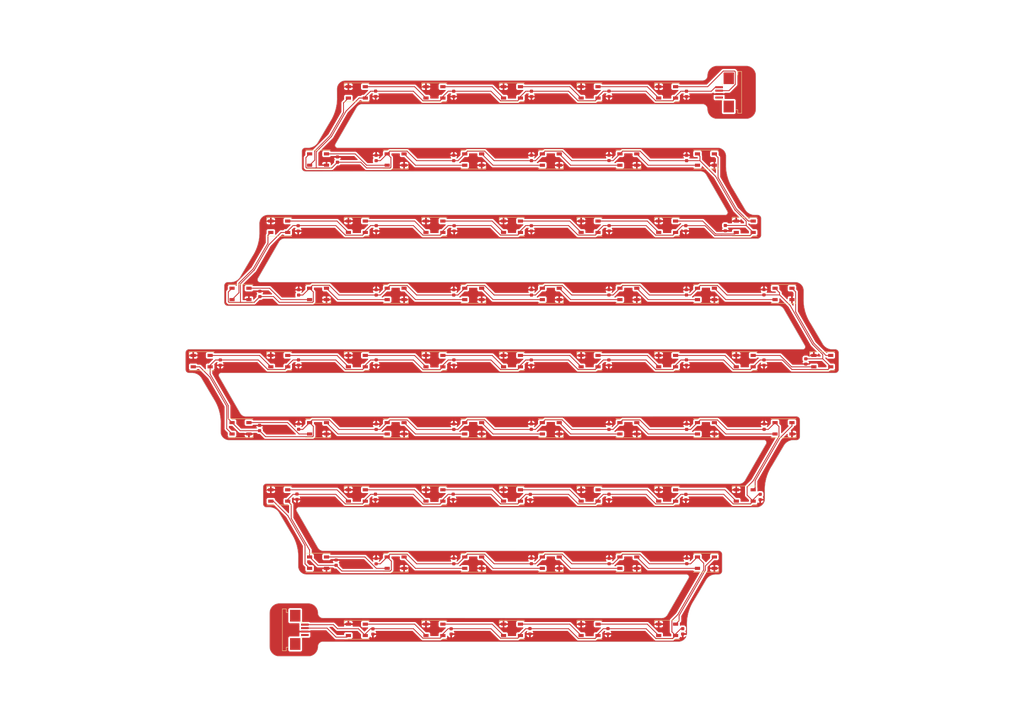
<source format=kicad_pcb>
(kicad_pcb (version 20221018) (generator pcbnew)
  (title_block (title "Hex LED Lattice") (date "2023-11-25") (rev "1"))
  (layers (0 "F.Cu" signal) (31 "B.Cu" signal) (34 "B.Paste" user) (35 "F.Paste" user) (36 "B.SilkS" user "B.Silkscreen") (37 "F.SilkS" user "F.Silkscreen") (38 "B.Mask" user) (39 "F.Mask" user) (44 "Edge.Cuts" user))
  (net 0 "")
  (net 1 "Net-(D1-DOUT)")
  (net 2 "Net-(D1-DIN)")
  (net 3 "Net-(D2-DOUT)")
  (net 4 "Net-(D3-DOUT)")
  (net 5 "Net-(D4-DOUT)")
  (net 6 "Net-(D6-DOUT)")
  (net 7 "Net-(D18-DOUT)")
  (net 8 "Net-(D7-DOUT)")
  (net 9 "Net-(D8-DOUT)")
  (net 10 "Net-(D10-DIN)")
  (net 11 "Net-(D10-DOUT)")
  (net 12 "Net-(D12-DIN)")
  (net 13 "Net-(D19-DOUT)")
  (net 14 "Net-(D19-DIN)")
  (net 15 "Net-(D20-DOUT)")
  (net 16 "Net-(D21-DOUT)")
  (net 17 "Net-(D22-DOUT)")
  (net 18 "Net-(D23-DOUT)")
  (net 19 "Net-(D24-DOUT)")
  (net 20 "Net-(D25-DOUT)")
  (net 21 "Net-(D27-DOUT)")
  (net 22 "Net-(D27-DIN)")
  (net 23 "Net-(D28-DOUT)")
  (net 24 "Net-(D29-DOUT)")
  (net 25 "Net-(D30-DOUT)")
  (net 26 "Net-(D31-DOUT)")
  (net 27 "Net-(D32-DOUT)")
  (net 28 "Net-(D33-DOUT)")
  (net 29 "Net-(D34-DOUT)")
  (net 30 "Net-(D34-DIN)")
  (net 31 "Net-(D35-DOUT)")
  (net 32 "Net-(D36-DOUT)")
  (net 33 "Net-(D37-DOUT)")
  (net 34 "Net-(D38-DOUT)")
  (net 35 "Net-(D40-DOUT)")
  (net 36 "Net-(D41-DOUT)")
  (net 37 "Net-(D42-DOUT)")
  (net 38 "Net-(D43-DOUT)")
  (net 39 "Net-(D45-DOUT)")
  (net 40 "Net-(D45-DIN)")
  (net 41 "Net-(D46-DOUT)")
  (net 42 "Net-(D47-DOUT)")
  (net 43 "Net-(D48-DOUT)")
  (net 44 "Net-(D49-DOUT)")
  (net 45 "Net-(D50-DOUT)")
  (net 46 "Net-(D51-DOUT)")
  (net 47 "Net-(D53-DIN)")
  (net 48 "Net-(D54-DOUT)")
  (net 49 "Net-(D55-DOUT)")
  (net 50 "Net-(D56-DOUT)")
  (net 51 "Net-(D57-DOUT)")
  (net 52 "Net-(D58-DOUT)")
  (net 53 "Net-(D59-DOUT)")
  (net 54 "Net-(D60-DOUT)")
  (net 55 "5V")
  (net 56 "GND")
  (net 57 "DATA_OUT")
  (net 58 "DATA_IN")
  (net 59 "Net-(D12-DOUT)")
  (net 60 "Net-(D13-DOUT)")
  (net 61 "Net-(D14-DOUT)")
  (net 62 "Net-(D15-DOUT)")
  (net 63 "Net-(D16-DOUT)")
  (net 64 "Net-(D17-DOUT)")
  (footprint "LED_SMD:LED_WS2812B_PLCC4_5.0x5.0mm_P3.2mm" (layer "F.Cu") (at 221.25 140.6323)
    (fp_text reference "D55" hide)
    (fp_text value "WS2812B" hide)
  )
  (footprint "Capacitor_SMD:C_0603_1608Metric" (layer "F.Cu") (at 215.64 62.2323 90)
    (fp_text reference "C26" hide)
    (fp_text value "C" hide)
  )
  (footprint "LED_SMD:LED_WS2812B_PLCC4_5.0x5.0mm_P3.2mm" (layer "F.Cu") (at 187.5 160.1183 180)
    (fp_text reference "D31" hide)
    (fp_text value "WS2812B" hide)
  )
  (footprint "Capacitor_SMD:C_0603_1608Metric" (layer "F.Cu") (at 215.59 121.5623 -90)
    (fp_text reference "C14" hide)
    (fp_text value "C" hide)
  )
  (footprint "LED_SMD:LED_WS2812B_PLCC4_5.0x5.0mm_P3.2mm" (layer "F.Cu") (at 120 121.1463 180)
    (fp_text reference "D46" hide)
    (fp_text value "WS2812B" hide)
  )
  (footprint "Capacitor_SMD:C_0603_1608Metric" (layer "F.Cu") (at 215.6 101.1923 90)
    (fp_text reference "C24" hide)
    (fp_text value "C" hide)
  )
  (footprint "LED_SMD:LED_WS2812B_PLCC4_5.0x5.0mm_P3.2mm" (layer "F.Cu") (at 165 199.0903 180)
    (fp_text reference "D42" hide)
    (fp_text value "WS2812B" hide)
  )
  (footprint "LED_SMD:LED_WS2812B_PLCC4_5.0x5.0mm_P3.2mm" (layer "F.Cu") (at 198.75 101.6603)
    (fp_text reference "D21" hide)
    (fp_text value "WS2812B" hide)
  )
  (footprint "Capacitor_SMD:C_0603_1608Metric" (layer "F.Cu") (at 238.08 101.1623 90)
    (fp_text reference "C15" hide)
    (fp_text value "C" hide)
  )
  (footprint "LED_SMD:LED_WS2812B_PLCC4_5.0x5.0mm_P3.2mm" (layer "F.Cu") (at 142.5 121.1463 180)
    (fp_text reference "D47" hide)
    (fp_text value "WS2812B" hide)
  )
  (footprint "LED_SMD:LED_WS2812B_PLCC4_5.0x5.0mm_P3.2mm" (layer "F.Cu") (at 108.75 140.6323)
    (fp_text reference "D60" hide)
    (fp_text value "WS2812B" hide)
  )
  (footprint "LED_SMD:LED_WS2812B_PLCC4_5.0x5.0mm_P3.2mm" (layer "F.Cu") (at 176.25 101.6603)
    (fp_text reference "D22" hide)
    (fp_text value "WS2812B" hide)
  )
  (footprint "Capacitor_SMD:C_0603_1608Metric" (layer "F.Cu") (at 192.83 199.5023 -90)
    (fp_text reference "C19" hide)
    (fp_text value "C" hide)
  )
  (footprint "Capacitor_SMD:C_0603_1608Metric" (layer "F.Cu") (at 125.45 43.6123 -90)
    (fp_text reference "C1" hide)
    (fp_text value "C" hide)
  )
  (footprint "Capacitor_SMD:C_0603_1608Metric" (layer "F.Cu") (at 193.17 82.6323 -90)
    (fp_text reference "C43" hide)
    (fp_text value "C" hide)
  )
  (footprint "Capacitor_SMD:C_0603_1608Metric" (layer "F.Cu") (at 148.1 62.2323 90)
    (fp_text reference "C53" hide)
    (fp_text value "C" hide)
  )
  (footprint "Capacitor_SMD:C_0603_1608Metric" (layer "F.Cu") (at 125.59 179.1723 90)
    (fp_text reference "C29" hide)
    (fp_text value "C" hide)
  )
  (footprint "Capacitor_SMD:C_0603_1608Metric" (layer "F.Cu") (at 215.41 82.6323 -90)
    (fp_text reference "C34" hide)
    (fp_text value "C" hide)
  )
  (footprint "LED_SMD:LED_WS2812B_PLCC4_5.0x5.0mm_P3.2mm" (layer "F.Cu") (at 198.75 140.6323)
    (fp_text reference "D56" hide)
    (fp_text value "WS2812B" hide)
  )
  (footprint "LED_SMD:LED_WS2812B_PLCC4_5.0x5.0mm_P3.2mm" (layer "F.Cu") (at 221.25 62.6883)
    (fp_text reference "D6" hide)
    (fp_text value "WS2812B" hide)
  )
  (footprint "LED_SMD:LED_WS2812B_PLCC4_5.0x5.0mm_P3.2mm" (layer "F.Cu") (at 108.75 179.6043)
    (fp_text reference "D39" hide)
    (fp_text value "WS2812B" hide)
  )
  (footprint "Capacitor_SMD:C_0603_1608Metric" (layer "F.Cu") (at 193.13 140.1823 90)
    (fp_text reference "C4" hide)
    (fp_text value "C" hide)
  )
  (footprint "LED_SMD:LED_WS2812B_PLCC4_5.0x5.0mm_P3.2mm" (layer "F.Cu") (at 187.5 121.1463 180)
    (fp_text reference "D49" hide)
    (fp_text value "WS2812B" hide)
  )
  (footprint "LED_SMD:LED_WS2812B_PLCC4_5.0x5.0mm_P3.2mm" (layer "F.Cu") (at 86.25 101.6603)
    (fp_text reference "D26" hide)
    (fp_text value "WS2812B" hide)
  )
  (footprint "LED_SMD:LED_WS2812B_PLCC4_5.0x5.0mm_P3.2mm" (layer "F.Cu") (at 131.25 62.6883)
    (fp_text reference "D10" hide)
    (fp_text value "WS2812B" hide)
  )
  (footprint "LED_SMD:LED_WS2812B_PLCC4_5.0x5.0mm_P3.2mm" (layer "F.Cu") (at 165 43.2023 180)
    (fp_text reference "D3" hide)
    (fp_text value "WS2812B" hide)
  )
  (footprint "Capacitor_SMD:C_0603_1608Metric" (layer "F.Cu") (at 170.6 140.1523 90)
    (fp_text reference "C13" hide)
    (fp_text value "C" hide)
  )
  (footprint "Capacitor_SMD:C_0603_1608Metric" (layer "F.Cu") (at 215.43 160.5723 -90)
    (fp_text reference "C56" hide)
    (fp_text value "C" hide)
  )
  (footprint "Capacitor_SMD:C_0603_1608Metric" (layer "F.Cu") (at 215.65 140.1823 90)
    (fp_text reference "C57" hide)
    (fp_text value "C" hide)
  )
  (footprint "Capacitor_SMD:C_0603_1608Metric" (layer "F.Cu") (at 215.61 43.6423 -90)
    (fp_text reference "C27" hide)
    (fp_text value "C" hide)
  )
  (footprint "LED_SMD:LED_WS2812B_PLCC4_5.0x5.0mm_P3.2mm" (layer "F.Cu") (at 131.25 140.6323)
    (fp_text reference "D59" hide)
    (fp_text value "WS2812B" hide)
  )
  (footprint "LED_SMD:LED_WS2812B_PLCC4_5.0x5.0mm_P3.2mm" (layer "F.Cu") (at 108.75 101.6603)
    (fp_text reference "D25" hide)
    (fp_text value "WS2812B" hide)
  )
  (footprint "LED_SMD:LED_WS2812B_PLCC4_5.0x5.0mm_P3.2mm" (layer "F.Cu") (at 176.25 179.6043)
    (fp_text reference "D36" hide)
    (fp_text value "WS2812B" hide)
  )
  (footprint "LED_SMD:LED_WS2812B_PLCC4_5.0x5.0mm_P3.2mm" (layer "F.Cu") (at 97.5 160.1183 180)
    (fp_text reference "D27" hide)
    (fp_text value "WS2812B" hide)
  )
  (footprint "Capacitor_SMD:C_0603_1608Metric" (layer "F.Cu") (at 193.14 160.5223 -90)
    (fp_text reference "C3" hide)
    (fp_text value "C" hide)
  )
  (footprint "LED_SMD:LED_WS2812B_PLCC4_5.0x5.0mm_P3.2mm" (layer "F.Cu") (at 187.5 199.0903 180)
    (fp_text reference "D43" hide)
    (fp_text value "WS2812B" hide)
  )
  (footprint "LED_SMD:LED_WS2812B_PLCC4_5.0x5.0mm_P3.2mm" (layer "F.Cu") (at 255 121.1463 180)
    (fp_text reference "D52" hide)
    (fp_text value "WS2812B" hide)
  )
  (footprint "Capacitor_SMD:C_0603_1608Metric" (layer "F.Cu") (at 170.64 43.6423 -90)
    (fp_text reference "C45" hide)
    (fp_text value "C" hide)
  )
  (footprint "LED_SMD:LED_WS2812B_PLCC4_5.0x5.0mm_P3.2mm" (layer "F.Cu") (at 97.5 82.1743 180)
    (fp_text reference "D12" hide)
    (fp_text value "WS2812B" hide)
  )
  (footprint "Capacitor_SMD:C_0603_1608Metric" (layer "F.Cu") (at 102.63 160.4723 -90)
    (fp_text reference "C39" hide)
    (fp_text value "C" hide)
  )
  (footprint "Capacitor_SMD:C_0603_1608Metric" (layer "F.Cu") (at 124.65 199.5723 -90)
    (fp_text reference "C46" hide)
    (fp_text value "C" hide)
  )
  (footprint "LED_SMD:LED_WS2812B_PLCC4_5.0x5.0mm_P3.2mm" (layer "F.Cu") (at 120 199.0903 180)
    (fp_text reference "D40" hide)
    (fp_text value "WS2812B" hide)
  )
  (footprint "Capacitor_SMD:C_0603_1608Metric" (layer "F.Cu") (at 91.78 140.5523 90)
    (fp_text reference "C49" hide)
    (fp_text value "C" hide)
  )
  (footprint "Capacitor_SMD:C_0603_1608Metric" (layer "F.Cu") (at 170.65 101.2123 90)
    (fp_text reference "C42" hide)
    (fp_text value "C" hide)
  )
  (footprint "LED_SMD:LED_WS2812B_PLCC4_5.0x5.0mm_P3.2mm" (layer "F.Cu") (at 120 43.2023 180)
    (fp_text reference "D1" hide)
    (fp_text value "WS2812B" hide)
  )
  (footprint "LED_SMD:LED_WS2812B_PLCC4_5.0x5.0mm_P3.2mm" (layer "F.Cu") (at 221.25 101.6603)
    (fp_text reference "D20" hide)
    (fp_text value "WS2812B" hide)
  )
  (footprint "Capacitor_SMD:C_0603_1608Metric" (layer "F.Cu") (at 238.09 121.5823 -90)
    (fp_text reference "C5" hide)
    (fp_text value "C" hide)
  )
  (footprint "Capacitor_SMD:C_0603_1608Metric" (layer "F.Cu") (at 148.14 140.1823 90)
    (fp_text reference "C22" hide)
    (fp_text value "C" hide)
  )
  (footprint "LED_SMD:LED_WS2812B_PLCC4_5.0x5.0mm_P3.2mm" (layer "F.Cu") (at 187.5 82.1743 180)
    (fp_text reference "D16" hide)
    (fp_text value "WS2812B" hide)
  )
  (footprint "LED_SMD:LED_WS2812B_PLCC4_5.0x5.0mm_P3.2mm" (layer "F.Cu") (at 187.5 43.2023 180)
    (fp_text reference "D4" hide)
    (fp_text value "WS2812B" hide)
  )
  (footprint "LED_SMD:LED_WS2812B_PLCC4_5.0x5.0mm_P3.2mm" (layer "F.Cu") (at 142.5 199.0903 180)
    (fp_text reference "D41" hide)
    (fp_text value "WS2812B" hide)
  )
  (footprint "Capacitor_SMD:C_0603_1608Metric" (layer "F.Cu") (at 170.63 179.1223 90)
    (fp_text reference "C11" hide)
    (fp_text value "C" hide)
  )
  (footprint "LED_SMD:LED_WS2812B_PLCC4_5.0x5.0mm_P3.2mm" (layer "F.Cu") (at 153.75 62.6883)
    (fp_text reference "D9" hide)
    (fp_text value "WS2812B" hide)
  )
  (footprint "Capacitor_SMD:C_0603_1608Metric" (layer "F.Cu") (at 148.125 179.1423 90)
    (fp_text reference "C20" hide)
    (fp_text value "C" hide)
  )
  (footprint "Capacitor_SMD:C_0603_1608Metric" (layer "F.Cu") (at 170.62 82.6523 -90)
    (fp_text reference "C52" hide)
    (fp_text value "C" hide)
  )
  (footprint "Capacitor_SMD:C_0603_1608Metric" (layer "F.Cu") (at 80.38 121.5823 -90)
    (fp_text reference "C6" hide)
    (fp_text value "C" hide)
  )
  (footprint "LED_SMD:LED_WS2812B_PLCC4_5.0x5.0mm_P3.2mm" (layer "F.Cu") (at 210 199.0903 180)
    (fp_text reference "D44" hide)
    (fp_text value "WS2812B" hide)
  )
  (footprint "Capacitor_SMD:C_0603_1608Metric" (layer "F.Cu") (at 214.51 199.5223 -90)
    (fp_text reference "C10" hide)
    (fp_text value "C" hide)
  )
  (footprint "LED_SMD:LED_WS2812B_PLCC4_5.0x5.0mm_P3.2mm" (layer "F.Cu") (at 165 160.1183 180)
    (fp_text reference "D30" hide)
    (fp_text value "WS2812B" hide)
  )
  (footprint "Capacitor_SMD:C_0603_1608Metric" (layer "F.Cu") (at 170.31 160.5723 -90)
    (fp_text reference "C12" hide)
    (fp_text value "C" hide)
  )
  (footprint "Capacitor_SMD:C_0603_1608Metric" (layer "F.Cu") (at 170.58 121.5823 -90)
    (fp_text reference "C32" hide)
    (fp_text value "C" hide)
  )
  (footprint "LED_SMD:LED_WS2812B_PLCC4_5.0x5.0mm_P3.2mm" (layer "F.Cu") (at 221.25 179.6043)
    (fp_text reference "D34" hide)
    (fp_text value "WS2812B" hide)
  )
  (footprint "Capacitor_SMD:C_0603_1608Metric" (layer "F.Cu") (at 193.125 101.1923 90)
    (fp_text reference "C33" hide)
    (fp_text value "C" hide)
  )
  (footprint "Capacitor_SMD:C_0603_1608Metric" (layer "F.Cu") (at 226.875 82.5823 -90)
    (fp_text reference "C25" hide)
    (fp_text value "C" hide)
  )
  (footprint "LED_SMD:LED_WS2812B_PLCC4_5.0x5.0mm_P3.2mm" (layer "F.Cu") (at 75 121.1463 180)
    (fp_text reference "D53" hide)
    (fp_text value "WS2812B" hide)
  )
  (footprint "LED_SMD:LED_WS2812B_PLCC4_5.0x5.0mm_P3.2mm" (layer "F.Cu") (at 210 82.1743 180)
    (fp_text reference "D17" hide)
    (fp_text value "WS2812B" hide)
  )
  (footprint "Capacitor_SMD:C_0603_1608Metric" (layer "F.Cu") (at 193.18 179.1423 90)
    (fp_text reference "C2" hide)
    (fp_text value "C" hide)
  )
  (footprint "Capacitor_SMD:C_0603_1608Metric" (layer "F.Cu") (at 147.35 199.5523 -90)
    (fp_text reference "C37" hide)
    (fp_text value "C" hide)
  )
  (footprint "Capacitor_SMD:C_0603_1608Metric" (layer "F.Cu") (at 91.875 101.6603 90)
    (fp_text reference "C16" hide)
    (fp_text value "C" hide)
  )
  (footprint "LED_SMD:LED_WS2812B_PLCC4_5.0x5.0mm_P3.2mm" (layer "F.Cu") (at 243.75 140.6323)
    (fp_text reference "D54" hide)
    (fp_text value "WS2812B" hide)
  )
  (footprint "Library:Connector_1x04-1MP_P1.0mm_Horizontal" (layer "F.Cu") (at 103.124999 199.0903 -90)
    (fp_text reference "J1" hide)
    (fp_text value "Conn_01x03_Pin" hide)
  )
  (footprint "Capacitor_SMD:C_0603_1608Metric" (layer "F.Cu") (at 102.98 82.6523 -90)
    (fp_text reference "C17" hide)
    (fp_text value "C" hide)
  )
  (footprint "LED_SMD:LED_WS2812B_PLCC4_5.0x5.0mm_P3.2mm" (layer "F.Cu") (at 198.75 179.6043)
    (fp_text reference "D35" hide)
    (fp_text value "WS2812B" hide)
  )
  (footprint "LED_SMD:LED_WS2812B_PLCC4_5.0x5.0mm_P3.2mm" (layer "F.Cu") (at 120 160.1183 180)
    (fp_text reference "D28" hide)
    (fp_text value "WS2812B" hide)
  )
  (footprint "LED_SMD:LED_WS2812B_PLCC4_5.0x5.0mm_P3.2mm" (layer "F.Cu") (at 153.75 140.6323)
    (fp_text reference "D58" hide)
    (fp_text value "WS2812B" hide)
  )
  (footprint "LED_SMD:LED_WS2812B_PLCC4_5.0x5.0mm_P3.2mm" (layer "F.Cu") (at 210 121.1463 180)
    (fp_text reference "D50" hide)
    (fp_text value "WS2812B" hide)
  )
  (footprint "Capacitor_SMD:C_0603_1608Metric" (layer "F.Cu") (at 125.6 62.2323 90)
    (fp_text reference "C9" hide)
    (fp_text value "C" hide)
  )
  (footprint "LED_SMD:LED_WS2812B_PLCC4_5.0x5.0mm_P3.2mm" (layer "F.Cu") (at 243.75 101.6603)
    (fp_text reference "D19" hide)
    (fp_text value "WS2812B" hide)
  )
  (footprint "LED_SMD:LED_WS2812B_PLCC4_5.0x5.0mm_P3.2mm" (layer "F.Cu") (at 210 43.2023 180)
    (fp_text reference "D5" hide)
    (fp_text value "WS2812B" hide)
  )
  (footprint "LED_SMD:LED_WS2812B_PLCC4_5.0x5.0mm_P3.2mm" (layer "F.Cu") (at 198.75 62.6883)
    (fp_text reference "D7" hide)
    (fp_text value "WS2812B" hide)
  )
  (footprint "Capacitor_SMD:C_0603_1608Metric" (layer "F.Cu") (at 193.1 121.5823 -90)
    (fp_text reference "C23" hide)
    (fp_text value "C" hide)
  )
  (footprint "Capacitor_SMD:C_0603_1608Metric" (layer "F.Cu") (at 147.94 160.5223 -90)
    (fp_text reference "C21" hide)
    (fp_text value "C" hide)
  )
  (footprint "LED_SMD:LED_WS2812B_PLCC4_5.0x5.0mm_P3.2mm" (layer "F.Cu") (at 232.5 121.1463 180)
    (fp_text reference "D51" hide)
    (fp_text value "WS2812B" hide)
  )
  (footprint "Capacitor_SMD:C_0603_1608Metric" (layer "F.Cu") (at 125.39 160.5223 -90)
    (fp_text reference "C30" hide)
    (fp_text value "C" hide)
  )
  (footprint "Capacitor_SMD:C_0603_1608Metric" (layer "F.Cu") (at 113.99 179.6023 90)
    (fp_text reference "C38" hide)
    (fp_text value "C" hide)
  )
  (footprint "Capacitor_SMD:C_0603_1608Metric" (layer "F.Cu") (at 148.12 101.2123 90)
    (fp_text reference "C51" hide)
    (fp_text value "C" hide)
  )
  (footprint "Capacitor_SMD:C_0603_1608Metric" (layer "F.Cu") (at 170.64 62.2323 90)
    (fp_text reference "C44" hide)
    (fp_text value "C" hide)
  )
  (footprint "Capacitor_SMD:C_0603_1608Metric" (layer "F.Cu") (at 170.2 199.5023 -90)
    (fp_text reference "C28" hide)
    (fp_text value "C" hide)
  )
  (footprint "LED_SMD:LED_WS2812B_PLCC4_5.0x5.0mm_P3.2mm" (layer "F.Cu") (at 131.25 179.6043)
    (fp_text reference "D38" hide)
    (fp_text value "WS2812B" hide)
  )
  (footprint "LED_SMD:LED_WS2812B_PLCC4_5.0x5.0mm_P3.2mm" (layer "F.Cu") (at 142.5 43.2023 180)
    (fp_text reference "D2" hide)
    (fp_text value "WS2812B" hide)
  )
  (footprint "Capacitor_SMD:C_0603_1608Metric" (layer "F.Cu") (at 236.98 160.5523 -90)
    (fp_text reference "C47" hide)
    (fp_text value "C" hide)
  )
  (footprint "Capacitor_SMD:C_0603_1608Metric" (layer "F.Cu") (at 125.61 101.2123 90)
    (fp_text reference "C60" hide)
    (fp_text value "C" hide)
  )
  (footprint "Capacitor_SMD:C_0603_1608Metric" (layer "F.Cu") (at 125.63 82.6323 -90)
    (fp_text reference "C8" hide)
    (fp_text value "C" hide)
  )
  (footprint "LED_SMD:LED_WS2812B_PLCC4_5.0x5.0mm_P3.2mm" (layer "F.Cu") (at 210 160.1183 180)
    (fp_text reference "D32" hide)
    (fp_text value "WS2812B" hide)
  )
  (footprint "Capacitor_SMD:C_0603_1608Metric" (layer "F.Cu") (at 148.22 82.6523 -90)
    (fp_text reference "C61" hide)
    (fp_text value "C" hide)
  )
  (footprint "Capacitor_SMD:C_0603_1608Metric" (layer "F.Cu") (at 148.15 121.5623 -90)
    (fp_text reference "C41" hide)
    (fp_text value "C" hide)
  )
  (footprint "LED_SMD:LED_WS2812B_PLCC4_5.0x5.0mm_P3.2mm" (layer "F.Cu") (at 232.5 82.1743 180)
    (fp_text reference "D18" hide)
    (fp_text value "WS2812B" hide)
  )
  (footprint "Capacitor_SMD:C_0603_1608Metric" (layer "F.Cu") (at 114.375 62.6883 90)
    (fp_text reference "C18" hide)
    (fp_text value "C" hide)
  )
  (footprint "LED_SMD:LED_WS2812B_PLCC4_5.0x5.0mm_P3.2mm" (layer "F.Cu") (at 153.75 101.6603)
    (fp_text reference "D23" hide)
    (fp_text value "WS2812B" hide)
  )
  (footprint "Capacitor_SMD:C_0603_1608Metric" (layer "F.Cu") (at 103.11 140.1523 90)
    (fp_text reference "C40" hide)
    (fp_text value "C" hide)
  )
  (footprint "Capacitor_SMD:C_0603_1608Metric" (layer "F.Cu") (at 193.14 62.2023 90)
    (fp_text reference "C35" hide)
    (fp_text value "C" hide)
  )
  (footprint "LED_SMD:LED_WS2812B_PLCC4_5.0x5.0mm_P3.2mm" (layer "F.Cu") (at 176.25 62.6883)
    (fp_text reference "D8" hide)
    (fp_text value "WS2812B" hide)
  )
  (footprint "Capacitor_SMD:C_0603_1608Metric" (layer "F.Cu") (at 193.14 43.6123 -90)
    (fp_text reference "C36" hide)
    (fp_text value "C" hide)
  )
  (footprint "Capacitor_SMD:C_0603_1608Metric" (layer "F.Cu") (at 125.61 140.1823 90)
    (fp_text reference "C31" hide)
    (fp_text value "C" hide)
  )
  (footprint "LED_SMD:LED_WS2812B_PLCC4_5.0x5.0mm_P3.2mm" (layer "F.Cu") (at 86.25 140.6323)
    (fp_text reference "D61" hide)
    (fp_text value "WS2812B" hide)
  )
  (footprint "Library:Connector_1x04-1MP_P1.0mm_Horizontal" (layer "F.Cu") (at 226.875 43.2023 90)
    (fp_text reference "J2" hide)
    (fp_text value "Conn_01x03_Pin" hide)
  )
  (footprint "LED_SMD:LED_WS2812B_PLCC4_5.0x5.0mm_P3.2mm" (layer "F.Cu") (at 232.5 160.1183 180)
    (fp_text reference "D33" hide)
    (fp_text value "WS2812B" hide)
  )
  (footprint "LED_SMD:LED_WS2812B_PLCC4_5.0x5.0mm_P3.2mm" (layer "F.Cu") (at 153.75 179.6043)
    (fp_text reference "D37" hide)
    (fp_text value "WS2812B" hide)
  )
  (footprint "LED_SMD:LED_WS2812B_PLCC4_5.0x5.0mm_P3.2mm" (layer "F.Cu") (at 142.5 82.1743 180)
    (fp_text reference "D14" hide)
    (fp_text value "WS2812B" hide)
  )
  (footprint "LED_SMD:LED_WS2812B_PLCC4_5.0x5.0mm_P3.2mm" (layer "F.Cu") (at 97.5 121.1463 180)
    (fp_text reference "D45" hide)
    (fp_text value "WS2812B" hide)
  )
  (footprint "LED_SMD:LED_WS2812B_PLCC4_5.0x5.0mm_P3.2mm" (layer "F.Cu") (at 108.75 62.6883)
    (fp_text reference "D11" hide)
    (fp_text value "WS2812B" hide)
  )
  (footprint "LED_SMD:LED_WS2812B_PLCC4_5.0x5.0mm_P3.2mm" (layer "F.Cu") (at 120 82.1743 180)
    (fp_text reference "D13" hide)
    (fp_text value "WS2812B" hide)
  )
  (footprint "Capacitor_SMD:C_0603_1608Metric" (layer "F.Cu") (at 103.13 101.2123 90)
    (fp_text reference "C7" hide)
    (fp_text value "C" hide)
  )
  (footprint "LED_SMD:LED_WS2812B_PLCC4_5.0x5.0mm_P3.2mm" (layer "F.Cu") (at 165 82.1743 180)
    (fp_text reference "D15" hide)
    (fp_text value "WS2812B" hide)
  )
  (footprint "Capacitor_SMD:C_0603_1608Metric" (layer "F.Cu") (at 250.22 121.2523 -90)
    (fp_text reference "C58" hide)
    (fp_text value "C" hide)
  )
  (footprint "Capacitor_SMD:C_0603_1608Metric" (layer "F.Cu") (at 238.13 140.1523 90)
    (fp_text reference "C48" hide)
    (fp_text value "C" hide)
  )
  (footprint "LED_SMD:LED_WS2812B_PLCC4_5.0x5.0mm_P3.2mm" (layer "F.Cu") (at 131.25 101.6603)
    (fp_text reference "D24" hide)
    (fp_text value "WS2812B" hide)
  )
  (footprint "LED_SMD:LED_WS2812B_PLCC4_5.0x5.0mm_P3.2mm" (layer "F.Cu") (at 165 121.1463 180)
    (fp_text reference "D48" hide)
    (fp_text value "WS2812B" hide)
  )
  (footprint "LED_SMD:LED_WS2812B_PLCC4_5.0x5.0mm_P3.2mm" (layer "F.Cu") (at 176.25 140.6323)
    (fp_text reference "D57" hide)
    (fp_text value "WS2812B" hide)
  )
  (footprint "Capacitor_SMD:C_0603_1608Metric" (layer "F.Cu") (at 148.1 43.6423 -90)
    (fp_text reference "C54" hide)
    (fp_text value "C" hide)
  )
  (footprint "Capacitor_SMD:C_0603_1608Metric" (layer "F.Cu") (at 215.7 179.1223 90)
    (fp_text reference "C55" hide)
    (fp_text value "C" hide)
  )
  (footprint "LED_SMD:LED_WS2812B_PLCC4_5.0x5.0mm_P3.2mm" (layer "F.Cu") (at 142.5 160.1183 180)
    (fp_text reference "D29" hide)
    (fp_text value "WS2812B" hide)
  )
  (footprint "Capacitor_SMD:C_0603_1608Metric" (layer "F.Cu") (at 125.61 121.5623 -90)
    (fp_text reference "C50" hide)
    (fp_text value "C" hide)
  )
  (footprint "Capacitor_SMD:C_0603_1608Metric" (layer "F.Cu") (at 103.06 121.5623 -90)
    (fp_text reference "C59" hide)
    (fp_text value "C" hide)
  )
  (gr_line (start 215.751972 197.132016) (end 215.763415 200.089965) (stroke (width 0.1)) (layer "Edge.Cuts"))
  (gr_arc (start 251.790523 110.455831) (mid 250.194387 107.195912) (end 249.581972 103.618249) (stroke (width 0.1)) (layer "Edge.Cuts"))
  (gr_arc (start 100.789477 170.808434) (mid 102.385613 174.068353) (end 102.998028 177.646016) (stroke (width 0.1)) (layer "Edge.Cuts"))
  (gr_arc (start 114.248028 45.160584) (mid 113.635613 48.738247) (end 112.039477 51.998166) (stroke (width 0.1)) (layer "Edge.Cuts"))
  (gr_line (start 105.057107 59.257407) (end 105.9375 59.25255) (stroke (width 0.1)) (layer "Edge.Cuts"))
  (gr_arc (start 235.3925 78.738215) (mid 233.924634 78.382063) (end 232.783206 77.392813) (stroke (width 0.1)) (layer "Edge.Cuts"))
  (gr_line (start 224.49 35.5068) (end 232.9275 35.5068) (stroke (width 0.1)) (layer "Edge.Cuts"))
  (gr_arc (start 105.422335 183.039715) (mid 103.7 182.3263) (end 102.986585 180.603965) (stroke (width 0.1)) (layer "Edge.Cuts"))
  (gr_arc (start 238.331972 158.160351) (mid 238.944387 154.582688) (end 240.540523 151.322769) (stroke (width 0.1)) (layer "Edge.Cuts"))
  (gr_arc (start 94.6875 163.55405) (mid 96.155366 163.910202) (end 97.296794 164.899452) (stroke (width 0.1)) (layer "Edge.Cuts"))
  (gr_arc (start 258.772893 117.715072) (mid 259.48 118.007965) (end 259.772893 118.715072) (stroke (width 0.1)) (layer "Edge.Cuts"))
  (gr_arc (start 91.748028 84.132584) (mid 91.135613 87.710247) (end 89.539477 90.970166) (stroke (width 0.1)) (layer "Edge.Cuts"))
  (gr_arc (start 248.522893 143.063528) (mid 248.23 143.770635) (end 247.522893 144.063528) (stroke (width 0.1)) (layer "Edge.Cuts"))
  (gr_arc (start 238.343415 161.1183) (mid 237.63 162.840635) (end 235.907665 163.55405) (stroke (width 0.1)) (layer "Edge.Cuts"))
  (gr_line (start 251.790523 110.455831) (end 255.283206 116.364813) (stroke (width 0.15)) (layer "Edge.Cuts"))
  (gr_arc (start 221.6775 38.3193) (mid 221.256979 39.334529) (end 220.24175 39.75505) (stroke (width 0.1)) (layer "Edge.Cuts"))
  (gr_arc (start 220.24175 46.62655) (mid 221.256979 47.047071) (end 221.6775 48.0623) (stroke (width 0.1)) (layer "Edge.Cuts"))
  (gr_arc (start 87.91 137.2043) (mid 86.975778 137.001009) (end 86.268365 136.357842) (stroke (width 0.1)) (layer "Edge.Cuts"))
  (gr_arc (start 104.057107 60.257407) (mid 104.35 59.5503) (end 105.057107 59.257407) (stroke (width 0.1)) (layer "Edge.Cuts"))
  (gr_arc (start 71.307107 124.577193) (mid 70.6 124.2843) (end 70.307107 123.577193) (stroke (width 0.1)) (layer "Edge.Cuts"))
  (gr_line (start 89.539477 90.970166) (end 86.046794 96.879148) (stroke (width 0.15)) (layer "Edge.Cuts"))
  (gr_arc (start 80.081113 125.630292) (mid 80.050455 124.949164) (end 80.625 124.58205) (stroke (width 0.1)) (layer "Edge.Cuts"))
  (gr_line (start 240.540523 151.322769) (end 244.033206 145.413787) (stroke (width 0.15)) (layer "Edge.Cuts"))
  (gr_arc (start 242.09 105.0883) (mid 243.024222 105.291591) (end 243.731635 105.934758) (stroke (width 0.1)) (layer "Edge.Cuts"))
  (gr_line (start 213.327665 202.525715) (end 110.18575 202.52605) (stroke (width 0.1)) (layer "Edge.Cuts"))
  (gr_line (start 103.125 163.55405) (end 235.907665 163.55405) (stroke (width 0.1)) (layer "Edge.Cuts"))
  (gr_arc (start 114.236585 42.202635) (mid 114.95 40.4803) (end 116.672335 39.766885) (stroke (width 0.1)) (layer "Edge.Cuts"))
  (gr_arc (start 244.033206 145.413787) (mid 245.174634 144.424537) (end 246.6425 144.068385) (stroke (width 0.1)) (layer "Edge.Cuts"))
  (gr_line (start 248.522893 138.192028) (end 248.522893 143.063528) (stroke (width 0.1)) (layer "Edge.Cuts"))
  (gr_line (start 236.272893 78.743072) (end 235.3925 78.738215) (stroke (width 0.1)) (layer "Edge.Cuts"))
  (gr_arc (start 209.981635 194.815842) (mid 209.274221 195.459008) (end 208.34 195.6623) (stroke (width 0.1)) (layer "Edge.Cuts"))
  (gr_line (start 110.18575 195.65455) (end 208.34 195.6623) (stroke (width 0.1)) (layer "Edge.Cuts"))
  (gr_line (start 105.9375 191.4063) (end 97.5 191.4063) (stroke (width 0.1)) (layer "Edge.Cuts"))
  (gr_arc (start 97.518365 86.448758) (mid 98.225779 85.805592) (end 99.16 85.6023) (stroke (width 0.1)) (layer "Edge.Cuts"))
  (gr_line (start 71.307107 124.577193) (end 72.1875 124.58205) (stroke (width 0.1)) (layer "Edge.Cuts"))
  (gr_line (start 102.998028 177.646016) (end 102.986585 180.603965) (stroke (width 0.1)) (layer "Edge.Cuts"))
  (gr_line (start 226.875 78.73855) (end 94.172335 78.738885) (stroke (width 0.1)) (layer "Edge.Cuts"))
  (gr_line (start 78.289477 131.836434) (end 74.796794 125.927452) (stroke (width 0.15)) (layer "Edge.Cuts"))
  (gr_line (start 238.331972 158.160351) (end 238.343415 161.1183) (stroke (width 0.1)) (layer "Edge.Cuts"))
  (gr_line (start 99.16 85.6023) (end 236.272893 85.614572) (stroke (width 0.1)) (layer "Edge.Cuts"))
  (gr_arc (start 221.453206 184.385452) (mid 222.594634 183.396202) (end 224.0625 183.04005) (stroke (width 0.1)) (layer "Edge.Cuts"))
  (gr_line (start 209.981635 194.815842) (end 216.168887 184.088292) (stroke (width 0.15)) (layer "Edge.Cuts"))
  (gr_arc (start 110.41 176.1763) (mid 109.475778 175.973009) (end 108.768365 175.329842) (stroke (width 0.1)) (layer "Edge.Cuts"))
  (gr_arc (start 120.018365 47.476758) (mid 120.725779 46.833592) (end 121.66 46.6303) (stroke (width 0.1)) (layer "Edge.Cuts"))
  (gr_line (start 105.422335 183.039715) (end 215.625 183.04005) (stroke (width 0.1)) (layer "Edge.Cuts"))
  (gr_arc (start 236.272893 78.743072) (mid 236.98 79.035965) (end 237.272893 79.743072) (stroke (width 0.1)) (layer "Edge.Cuts"))
  (gr_line (start 217.960523 190.294434) (end 221.453206 184.385452) (stroke (width 0.15)) (layer "Edge.Cuts"))
  (gr_line (start 247.157665 98.22455) (end 91.875 98.22455) (stroke (width 0.1)) (layer "Edge.Cuts"))
  (gr_arc (start 232.9275 35.5068) (mid 234.916238 36.330562) (end 235.74 38.3193) (stroke (width 0.1)) (layer "Edge.Cuts"))
  (gr_line (start 82.922335 144.067715) (end 238.125 144.06805) (stroke (width 0.1)) (layer "Edge.Cuts"))
  (gr_line (start 82.557107 105.100907) (end 242.09 105.0883) (stroke (width 0.1)) (layer "Edge.Cuts"))
  (gr_line (start 94.6875 194.2188) (end 94.6875 203.9618) (stroke (width 0.1)) (layer "Edge.Cuts"))
  (gr_arc (start 72.1875 124.58205) (mid 73.655366 124.938202) (end 74.796794 125.927452) (stroke (width 0.1)) (layer "Edge.Cuts"))
  (gr_arc (start 91.736585 81.174635) (mid 92.45 79.4523) (end 94.172335 78.738885) (stroke (width 0.1)) (layer "Edge.Cuts"))
  (gr_line (start 247.522893 137.192028) (end 87.91 137.2043) (stroke (width 0.1)) (layer "Edge.Cuts"))
  (gr_arc (start 78.289477 131.836434) (mid 79.885613 135.096353) (end 80.498028 138.674016) (stroke (width 0.1)) (layer "Edge.Cuts"))
  (gr_line (start 232.481635 155.843842) (end 238.668887 145.116292) (stroke (width 0.15)) (layer "Edge.Cuts"))
  (gr_arc (start 70.307107 118.705693) (mid 70.6 117.998586) (end 71.307107 117.705693) (stroke (width 0.1)) (layer "Edge.Cuts"))
  (gr_arc (start 91.875 98.22455) (mid 91.300456 97.857436) (end 91.331113 97.176308) (stroke (width 0.1)) (layer "Edge.Cuts"))
  (gr_line (start 82.557107 98.229407) (end 83.4375 98.22455) (stroke (width 0.1)) (layer "Edge.Cuts"))
  (gr_arc (start 215.625 183.04005) (mid 216.199544 183.407164) (end 216.168887 184.088292) (stroke (width 0.1)) (layer "Edge.Cuts"))
  (gr_line (start 81.557107 104.100907) (end 81.557107 99.229407) (stroke (width 0.1)) (layer "Edge.Cuts"))
  (gr_arc (start 247.522893 137.192028) (mid 248.23 137.484921) (end 248.522893 138.192028) (stroke (width 0.1)) (layer "Edge.Cuts"))
  (gr_arc (start 225.942893 182.035193) (mid 225.65 182.7423) (end 224.942893 183.035193) (stroke (width 0.1)) (layer "Edge.Cuts"))
  (gr_line (start 247.522893 144.063528) (end 246.6425 144.068385) (stroke (width 0.1)) (layer "Edge.Cuts"))
  (gr_line (start 221.231635 66.962758) (end 227.418887 77.690308) (stroke (width 0.15)) (layer "Edge.Cuts"))
  (gr_arc (start 94.6875 194.2188) (mid 95.511262 192.230062) (end 97.5 191.4063) (stroke (width 0.1)) (layer "Edge.Cuts"))
  (gr_line (start 80.498028 138.674016) (end 80.486585 141.631965) (stroke (width 0.1)) (layer "Edge.Cuts"))
  (gr_line (start 70.307107 118.705693) (end 70.307107 123.577193) (stroke (width 0.1)) (layer "Edge.Cuts"))
  (gr_line (start 108.768365 175.329842) (end 102.581113 164.602292) (stroke (width 0.15)) (layer "Edge.Cuts"))
  (gr_arc (start 247.157665 98.22455) (mid 248.88 98.937965) (end 249.593415 100.6603) (stroke (width 0.1)) (layer "Edge.Cuts"))
  (gr_arc (start 249.918887 116.662308) (mid 249.949545 117.343436) (end 249.375 117.71055) (stroke (width 0.1)) (layer "Edge.Cuts"))
  (gr_line (start 92.807107 157.677693) (end 92.807107 162.549193) (stroke (width 0.1)) (layer "Edge.Cuts"))
  (gr_line (start 105.057107 66.128907) (end 219.59 66.1163) (stroke (width 0.1)) (layer "Edge.Cuts"))
  (gr_line (start 220.24175 46.62655) (end 121.66 46.6303) (stroke (width 0.1)) (layer "Edge.Cuts"))
  (gr_arc (start 93.807107 163.549193) (mid 93.1 163.2563) (end 92.807107 162.549193) (stroke (width 0.1)) (layer "Edge.Cuts"))
  (gr_line (start 259.772893 123.586572) (end 259.772893 118.715072) (stroke (width 0.1)) (layer "Edge.Cuts"))
  (gr_line (start 249.375 117.71055) (end 71.307107 117.705693) (stroke (width 0.1)) (layer "Edge.Cuts"))
  (gr_line (start 86.268365 136.357842) (end 80.081113 125.630292) (stroke (width 0.15)) (layer "Edge.Cuts"))
  (gr_line (start 120.018365 47.476758) (end 113.831113 58.204308) (stroke (width 0.15)) (layer "Edge.Cuts"))
  (gr_arc (start 235.74 48.0623) (mid 234.916238 50.051038) (end 232.9275 50.8748) (stroke (width 0.1)) (layer "Edge.Cuts"))
  (gr_line (start 235.74 38.3193) (end 235.74 48.0623) (stroke (width 0.1)) (layer "Edge.Cuts"))
  (gr_line (start 80.625 124.58205) (end 258.772893 124.586572) (stroke (width 0.1)) (layer "Edge.Cuts"))
  (gr_arc (start 237.272893 84.614572) (mid 236.98 85.321679) (end 236.272893 85.614572) (stroke (width 0.1)) (layer "Edge.Cuts"))
  (gr_arc (start 238.125 144.06805) (mid 238.699544 144.435164) (end 238.668887 145.116292) (stroke (width 0.1)) (layer "Edge.Cuts"))
  (gr_arc (start 110.18575 195.65455) (mid 109.170521 195.234029) (end 108.75 194.2188) (stroke (width 0.1)) (layer "Edge.Cuts"))
  (gr_arc (start 105.9375 191.4063) (mid 107.926238 192.230062) (end 108.75 194.2188) (stroke (width 0.1)) (layer "Edge.Cuts"))
  (gr_arc (start 105.057107 66.128907) (mid 104.35 65.836014) (end 104.057107 65.128907) (stroke (width 0.1)) (layer "Edge.Cuts"))
  (gr_line (start 114.248028 45.160584) (end 114.236585 42.202635) (stroke (width 0.1)) (layer "Edge.Cuts"))
  (gr_line (start 112.039477 51.998166) (end 108.546794 57.907148) (stroke (width 0.15)) (layer "Edge.Cuts"))
  (gr_line (start 97.518365 86.448758) (end 91.331113 97.176308) (stroke (width 0.15)) (layer "Edge.Cuts"))
  (gr_arc (start 259.772893 123.586572) (mid 259.48 124.293679) (end 258.772893 124.586572) (stroke (width 0.1)) (layer "Edge.Cuts"))
  (gr_arc (start 221.6775 38.3193) (mid 222.501262 36.330562) (end 224.49 35.5068) (stroke (width 0.1)) (layer "Edge.Cuts"))
  (gr_arc (start 224.49 50.8748) (mid 222.501262 50.051038) (end 221.6775 48.0623) (stroke (width 0.1)) (layer "Edge.Cuts"))
  (gr_arc (start 108.546794 57.907148) (mid 107.405366 58.896398) (end 105.9375 59.25255) (stroke (width 0.1)) (layer "Edge.Cuts"))
  (gr_arc (start 215.763415 200.089965) (mid 215.05 201.8123) (end 213.327665 202.525715) (stroke (width 0.1)) (layer "Edge.Cuts"))
  (gr_arc (start 257.8925 117.710215) (mid 256.424634 117.354063) (end 255.283206 116.364813) (stroke (width 0.1)) (layer "Edge.Cuts"))
  (gr_arc (start 102.581113 164.602292) (mid 102.550455 163.921164) (end 103.125 163.55405) (stroke (width 0.1)) (layer "Edge.Cuts"))
  (gr_arc (start 227.418887 77.690308) (mid 227.449545 78.371436) (end 226.875 78.73855) (stroke (width 0.1)) (layer "Edge.Cuts"))
  (gr_arc (start 82.922335 144.067715) (mid 81.2 143.3543) (end 80.486585 141.631965) (stroke (width 0.1)) (layer "Edge.Cuts"))
  (gr_arc (start 81.557107 99.229407) (mid 81.85 98.5223) (end 82.557107 98.229407) (stroke (width 0.1)) (layer "Edge.Cuts"))
  (gr_line (start 258.772893 117.715072) (end 257.8925 117.710215) (stroke (width 0.1)) (layer "Edge.Cuts"))
  (gr_line (start 116.672335 39.766885) (end 220.24175 39.75505) (stroke (width 0.1)) (layer "Edge.Cuts"))
  (gr_line (start 100.789477 170.808434) (end 97.296794 164.899452) (stroke (width 0.15)) (layer "Edge.Cuts"))
  (gr_line (start 224.657665 59.25255) (end 114.375 59.25255) (stroke (width 0.1)) (layer "Edge.Cuts"))
  (gr_arc (start 92.807107 157.677693) (mid 93.1 156.970586) (end 93.807107 156.677693) (stroke (width 0.1)) (layer "Edge.Cuts"))
  (gr_arc (start 97.5 206.7743) (mid 95.511262 205.950538) (end 94.6875 203.9618) (stroke (width 0.1)) (layer "Edge.Cuts"))
  (gr_line (start 243.731635 105.934758) (end 249.918887 116.662308) (stroke (width 0.15)) (layer "Edge.Cuts"))
  (gr_line (start 224.942893 176.163693) (end 110.41 176.1763) (stroke (width 0.1)) (layer "Edge.Cuts"))
  (gr_line (start 97.5 206.7743) (end 105.9375 206.7743) (stroke (width 0.1)) (layer "Edge.Cuts"))
  (gr_line (start 230.84 156.6903) (end 93.807107 156.677693) (stroke (width 0.1)) (layer "Edge.Cuts"))
  (gr_arc (start 232.481635 155.843842) (mid 231.774221 156.487008) (end 230.84 156.6903) (stroke (width 0.1)) (layer "Edge.Cuts"))
  (gr_arc (start 86.046794 96.879148) (mid 84.905366 97.868398) (end 83.4375 98.22455) (stroke (width 0.1)) (layer "Edge.Cuts"))
  (gr_arc (start 215.751972 197.132016) (mid 216.364387 193.554353) (end 217.960523 190.294434) (stroke (width 0.1)) (layer "Edge.Cuts"))
  (gr_line (start 227.081972 64.646249) (end 227.093415 61.6883) (stroke (width 0.1)) (layer "Edge.Cuts"))
  (gr_arc (start 224.657665 59.25255) (mid 226.38 59.965965) (end 227.093415 61.6883) (stroke (width 0.1)) (layer "Edge.Cuts"))
  (gr_arc (start 219.59 66.1163) (mid 220.524222 66.319591) (end 221.231635 66.962758) (stroke (width 0.1)) (layer "Edge.Cuts"))
  (gr_line (start 232.9275 50.8748) (end 224.49 50.8748) (stroke (width 0.1)) (layer "Edge.Cuts"))
  (gr_line (start 229.290523 71.483831) (end 232.783206 77.392813) (stroke (width 0.15)) (layer "Edge.Cuts"))
  (gr_arc (start 114.375 59.25255) (mid 113.800456 58.885436) (end 113.831113 58.204308) (stroke (width 0.1)) (layer "Edge.Cuts"))
  (gr_arc (start 108.75 203.9618) (mid 107.926238 205.950538) (end 105.9375 206.7743) (stroke (width 0.1)) (layer "Edge.Cuts"))
  (gr_arc (start 82.557107 105.100907) (mid 81.85 104.808014) (end 81.557107 104.100907) (stroke (width 0.1)) (layer "Edge.Cuts"))
  (gr_line (start 225.942893 177.163693) (end 225.942893 182.035193) (stroke (width 0.1)) (layer "Edge.Cuts"))
  (gr_arc (start 224.942893 176.163693) (mid 225.65 176.456586) (end 225.942893 177.163693) (stroke (width 0.1)) (layer "Edge.Cuts"))
  (gr_arc (start 229.290523 71.483831) (mid 227.694387 68.223912) (end 227.081972 64.646249) (stroke (width 0.1)) (layer "Edge.Cuts"))
  (gr_line (start 224.942893 183.035193) (end 224.0625 183.04005) (stroke (width 0.1)) (layer "Edge.Cuts"))
  (gr_line (start 237.272893 84.614572) (end 237.272893 79.743072) (stroke (width 0.1)) (layer "Edge.Cuts"))
  (gr_line (start 91.748028 84.132584) (end 91.736585 81.174635) (stroke (width 0.1)) (layer "Edge.Cuts"))
  (gr_line (start 93.807107 163.549193) (end 94.6875 163.55405) (stroke (width 0.1)) (layer "Edge.Cuts"))
  (gr_line (start 249.581972 103.618249) (end 249.593415 100.6603) (stroke (width 0.1)) (layer "Edge.Cuts"))
  (gr_line (start 104.057107 65.128907) (end 104.057107 60.257407) (stroke (width 0.1)) (layer "Edge.Cuts"))
  (gr_arc (start 108.75 203.9618) (mid 109.170521 202.946571) (end 110.18575 202.52605) (stroke (width 0.1)) (layer "Edge.Cuts"))
  (segment (start 136.75 41.5523) (end 140.05 44.8523) (width 0.25) (layer "F.Cu") (net 1))
  (segment (start 122.45 41.5523) (end 136.75 41.5523) (width 0.25) (layer "F.Cu") (net 1))
  (segment (start 116.135486 49.015245) (end 116.135486 46.266814) (width 0.25) (layer "F.Cu") (net 2))
  (segment (start 112.237233 55.76722) (end 116.135486 49.015245) (width 0.25) (layer "F.Cu") (net 2))
  (segment (start 107.77 62.8683) (end 107.77 60.234454) (width 0.25) (layer "F.Cu") (net 2))
  (segment (start 107.77 60.234454) (end 112.237233 55.76722) (width 0.25) (layer "F.Cu") (net 2))
  (segment (start 106.3 64.3383) (end 107.77 62.8683) (width 0.25) (layer "F.Cu") (net 2))
  (segment (start 116.135486 46.266814) (end 117.55 44.8523) (width 0.25) (layer "F.Cu") (net 2))
  (segment (start 144.95 41.5523) (end 159.25 41.5523) (width 0.25) (layer "F.Cu") (net 3))
  (segment (start 159.25 41.5523) (end 162.55 44.8523) (width 0.25) (layer "F.Cu") (net 3))
  (segment (start 181.75 41.5523) (end 185.05 44.8523) (width 0.25) (layer "F.Cu") (net 4))
  (segment (start 167.45 41.5523) (end 181.75 41.5523) (width 0.25) (layer "F.Cu") (net 4))
  (segment (start 189.95 41.5523) (end 204.25 41.5523) (width 0.25) (layer "F.Cu") (net 5))
  (segment (start 204.25 41.5523) (end 207.55 44.8523) (width 0.25) (layer "F.Cu") (net 5))
  (segment (start 204.5 64.3383) (end 201.2 61.0383) (width 0.25) (layer "F.Cu") (net 6))
  (segment (start 218.8 64.3383) (end 204.5 64.3383) (width 0.25) (layer "F.Cu") (net 6))
  (segment (start 224.775 62.1133) (end 224.775 67.8941) (width 0.25) (layer "F.Cu") (net 7))
  (segment (start 233.545396 80.5243) (end 234.95 80.5243) (width 0.25) (layer "F.Cu") (net 7))
  (segment (start 230.047588 77.026492) (end 233.545396 80.5243) (width 0.25) (layer "F.Cu") (net 7))
  (segment (start 223.7 61.0383) (end 224.775 62.1133) (width 0.25) (layer "F.Cu") (net 7))
  (segment (start 224.775 67.8941) (end 230.047588 77.026492) (width 0.25) (layer "F.Cu") (net 7))
  (segment (start 182 64.3383) (end 178.7 61.0383) (width 0.25) (layer "F.Cu") (net 8))
  (segment (start 196.3 64.3383) (end 182 64.3383) (width 0.25) (layer "F.Cu") (net 8))
  (segment (start 159.5 64.3383) (end 156.2 61.0383) (width 0.25) (layer "F.Cu") (net 9))
  (segment (start 173.8 64.3383) (end 159.5 64.3383) (width 0.25) (layer "F.Cu") (net 9))
  (segment (start 137 64.3383) (end 133.7 61.0383) (width 0.25) (layer "F.Cu") (net 10))
  (segment (start 151.3 64.3383) (end 137 64.3383) (width 0.25) (layer "F.Cu") (net 10))
  (segment (start 128.8 64.3383) (end 122.8125 64.3383) (width 0.25) (layer "F.Cu") (net 11))
  (segment (start 119.5125 61.0383) (end 122.8125 64.3383) (width 0.25) (layer "F.Cu") (net 11))
  (segment (start 111.2 61.0383) (end 119.5125 61.0383) (width 0.25) (layer "F.Cu") (net 11))
  (segment (start 85.8 101.3103) (end 85.8 98.52047) (width 0.25) (layer "F.Cu") (net 12))
  (segment (start 94.209442 84.664858) (end 95.05 83.8243) (width 0.25) (layer "F.Cu") (net 12))
  (segment (start 89.924085 94.396385) (end 94.209442 86.973928) (width 0.25) (layer "F.Cu") (net 12))
  (segment (start 85.8 98.52047) (end 89.924085 94.396385) (width 0.25) (layer "F.Cu") (net 12))
  (segment (start 94.209442 86.973928) (end 94.209442 84.664858) (width 0.25) (layer "F.Cu") (net 12))
  (segment (start 83.8 103.3103) (end 85.8 101.3103) (width 0.25) (layer "F.Cu") (net 12))
  (segment (start 227 103.3103) (end 223.7 100.0103) (width 0.25) (layer "F.Cu") (net 13))
  (segment (start 241.3 103.3103) (end 227 103.3103) (width 0.25) (layer "F.Cu") (net 13))
  (segment (start 246.2 100.0103) (end 247.275 101.0853) (width 0.25) (layer "F.Cu") (net 14))
  (segment (start 256.045396 119.4963) (end 257.45 119.4963) (width 0.25) (layer "F.Cu") (net 14))
  (segment (start 247.275 101.0853) (end 247.275 106.8661) (width 0.25) (layer "F.Cu") (net 14))
  (segment (start 252.547588 115.998492) (end 256.045396 119.4963) (width 0.25) (layer "F.Cu") (net 14))
  (segment (start 247.275 106.8661) (end 252.547588 115.998492) (width 0.25) (layer "F.Cu") (net 14))
  (segment (start 204.5 103.3103) (end 201.2 100.0103) (width 0.25) (layer "F.Cu") (net 15))
  (segment (start 218.8 103.3103) (end 204.5 103.3103) (width 0.25) (layer "F.Cu") (net 15))
  (segment (start 196.3 103.3103) (end 182 103.3103) (width 0.25) (layer "F.Cu") (net 16))
  (segment (start 182 103.3103) (end 178.7 100.0103) (width 0.25) (layer "F.Cu") (net 16))
  (segment (start 159.5 103.3103) (end 156.2 100.0103) (width 0.25) (layer "F.Cu") (net 17))
  (segment (start 173.8 103.3103) (end 159.5 103.3103) (width 0.25) (layer "F.Cu") (net 17))
  (segment (start 137 103.3103) (end 133.7 100.0103) (width 0.25) (layer "F.Cu") (net 18))
  (segment (start 151.3 103.3103) (end 137 103.3103) (width 0.25) (layer "F.Cu") (net 18))
  (segment (start 128.8 103.3103) (end 114.5 103.3103) (width 0.25) (layer "F.Cu") (net 19))
  (segment (start 114.5 103.3103) (end 111.2 100.0103) (width 0.25) (layer "F.Cu") (net 19))
  (segment (start 106.3 103.3103) (end 97.9875 103.3103) (width 0.25) (layer "F.Cu") (net 20))
  (segment (start 97.9875 103.3103) (end 94.6875 100.0103) (width 0.25) (layer "F.Cu") (net 20))
  (segment (start 94.6875 100.0103) (end 88.7 100.0103) (width 0.25) (layer "F.Cu") (net 20))
  (segment (start 99.95 158.4683) (end 114.25 158.4683) (width 0.25) (layer "F.Cu") (net 21))
  (segment (start 114.25 158.4683) (end 117.55 161.7683) (width 0.25) (layer "F.Cu") (net 21))
  (segment (start 95.783697 161.7683) (end 99.996982 165.981585) (width 0.25) (layer "F.Cu") (net 22))
  (segment (start 95.05 161.7683) (end 95.783697 161.7683) (width 0.25) (layer "F.Cu") (net 22))
  (segment (start 104.968666 174.592796) (end 104.968666 179.922966) (width 0.25) (layer "F.Cu") (net 22))
  (segment (start 106.3 181.2543) (end 105.444 180.3983) (width 0.25) (layer "F.Cu") (net 22))
  (segment (start 99.996982 165.981585) (end 104.968666 174.592796) (width 0.25) (layer "F.Cu") (net 22))
  (segment (start 104.968666 179.922966) (end 105.444 180.3983) (width 0.25) (layer "F.Cu") (net 22))
  (segment (start 136.75 158.4683) (end 140.05 161.7683) (width 0.25) (layer "F.Cu") (net 23))
  (segment (start 122.45 158.4683) (end 136.75 158.4683) (width 0.25) (layer "F.Cu") (net 23))
  (segment (start 144.95 158.4683) (end 159.25 158.4683) (width 0.25) (layer "F.Cu") (net 24))
  (segment (start 159.25 158.4683) (end 162.55 161.7683) (width 0.25) (layer "F.Cu") (net 24))
  (segment (start 167.45 158.4683) (end 181.75 158.4683) (width 0.25) (layer "F.Cu") (net 25))
  (segment (start 181.75 158.4683) (end 185.05 161.7683) (width 0.25) (layer "F.Cu") (net 25))
  (segment (start 189.95 158.4683) (end 204.25 158.4683) (width 0.25) (layer "F.Cu") (net 26))
  (segment (start 204.25 158.4683) (end 207.55 161.7683) (width 0.25) (layer "F.Cu") (net 26))
  (segment (start 212.45 158.4683) (end 226.75 158.4683) (width 0.25) (layer "F.Cu") (net 27))
  (segment (start 226.75 158.4683) (end 230.05 161.7683) (width 0.25) (layer "F.Cu") (net 27))
  (segment (start 235.53295 155.792708) (end 235.53295 157.88535) (width 0.25) (layer "F.Cu") (net 28))
  (segment (start 235.53295 157.88535) (end 234.95 158.4683) (width 0.25) (layer "F.Cu") (net 28))
  (segment (start 246.2 139.9523) (end 242.599885 143.552415) (width 0.25) (layer "F.Cu") (net 28))
  (segment (start 246.2 138.9823) (end 246.2 139.9523) (width 0.25) (layer "F.Cu") (net 28))
  (segment (start 242.599885 143.552415) (end 235.53295 155.792708) (width 0.25) (layer "F.Cu") (net 28))
  (segment (start 204.5 181.2543) (end 201.2 177.9543) (width 0.25) (layer "F.Cu") (net 29))
  (segment (start 218.8 181.2543) (end 204.5 181.2543) (width 0.25) (layer "F.Cu") (net 29))
  (segment (start 221.09 181.7423) (end 213.47446 194.932802) (width 0.25) (layer "F.Cu") (net 30))
  (segment (start 221.09 180.5643) (end 221.09 181.7423) (width 0.25) (layer "F.Cu") (net 30))
  (segment (start 223.7 177.9543) (end 221.09 180.5643) (width 0.25) (layer "F.Cu") (net 30))
  (segment (start 213.47446 194.932802) (end 213.47446 196.41584) (width 0.25) (layer "F.Cu") (net 30))
  (segment (start 213.47446 196.41584) (end 212.45 197.4403) (width 0.25) (layer "F.Cu") (net 30))
  (segment (start 196.3 181.2543) (end 182 181.2543) (width 0.25) (layer "F.Cu") (net 31))
  (segment (start 182 181.2543) (end 178.7 177.9543) (width 0.25) (layer "F.Cu") (net 31))
  (segment (start 173.8 181.2543) (end 159.5 181.2543) (width 0.25) (layer "F.Cu") (net 32))
  (segment (start 159.5 181.2543) (end 156.2 177.9543) (width 0.25) (layer "F.Cu") (net 32))
  (segment (start 137 181.2543) (end 133.7 177.9543) (width 0.25) (layer "F.Cu") (net 33))
  (segment (start 151.3 181.2543) (end 137 181.2543) (width 0.25) (layer "F.Cu") (net 33))
  (segment (start 122.344182 177.9543) (end 125.644182 181.2543) (width 0.25) (layer "F.Cu") (net 34))
  (segment (start 125.644182 181.2543) (end 128.8 181.2543) (width 0.25) (layer "F.Cu") (net 34))
  (segment (start 111.2 177.9543) (end 122.344182 177.9543) (width 0.25) (layer "F.Cu") (net 34))
  (segment (start 136.75 197.4403) (end 140.05 200.7403) (width 0.25) (layer "F.Cu") (net 35))
  (segment (start 122.45 197.4403) (end 136.75 197.4403) (width 0.25) (layer "F.Cu") (net 35))
  (segment (start 159.25 197.4403) (end 162.55 200.7403) (width 0.25) (layer "F.Cu") (net 36))
  (segment (start 144.95 197.4403) (end 159.25 197.4403) (width 0.25) (layer "F.Cu") (net 36))
  (segment (start 181.75 197.4403) (end 185.05 200.7403) (width 0.25) (layer "F.Cu") (net 37))
  (segment (start 167.45 197.4403) (end 181.75 197.4403) (width 0.25) (layer "F.Cu") (net 37))
  (segment (start 204.25 197.4403) (end 207.55 200.7403) (width 0.25) (layer "F.Cu") (net 38))
  (segment (start 189.95 197.4403) (end 204.25 197.4403) (width 0.25) (layer "F.Cu") (net 38))
  (segment (start 99.95 119.4963) (end 114.25 119.4963) (width 0.25) (layer "F.Cu") (net 39))
  (segment (start 114.25 119.4963) (end 117.55 122.7963) (width 0.25) (layer "F.Cu") (net 39))
  (segment (start 91.75 119.4963) (end 95.05 122.7963) (width 0.25) (layer "F.Cu") (net 40))
  (segment (start 77.45 119.4963) (end 91.75 119.4963) (width 0.25) (layer "F.Cu") (net 40))
  (segment (start 136.75 119.4963) (end 140.05 122.7963) (width 0.25) (layer "F.Cu") (net 41))
  (segment (start 122.45 119.4963) (end 136.75 119.4963) (width 0.25) (layer "F.Cu") (net 41))
  (segment (start 144.95 119.4963) (end 159.25 119.4963) (width 0.25) (layer "F.Cu") (net 42))
  (segment (start 159.25 119.4963) (end 162.55 122.7963) (width 0.25) (layer "F.Cu") (net 42))
  (segment (start 167.45 119.4963) (end 181.75 119.4963) (width 0.25) (layer "F.Cu") (net 43))
  (segment (start 181.75 119.4963) (end 185.05 122.7963) (width 0.25) (layer "F.Cu") (net 43))
  (segment (start 204.25 119.4963) (end 207.55 122.7963) (width 0.25) (layer "F.Cu") (net 44))
  (segment (start 189.95 119.4963) (end 204.25 119.4963) (width 0.25) (layer "F.Cu") (net 44))
  (segment (start 212.45 119.4963) (end 226.75 119.4963) (width 0.25) (layer "F.Cu") (net 45))
  (segment (start 226.75 119.4963) (end 230.05 122.7963) (width 0.25) (layer "F.Cu") (net 45))
  (segment (start 252.55 122.7963) (end 252.544 122.8023) (width 0.25) (layer "F.Cu") (net 46))
  (segment (start 242.764 119.4963) (end 246.07 122.8023) (width 0.25) (layer "F.Cu") (net 46))
  (segment (start 252.544 122.8023) (end 246.07 122.8023) (width 0.25) (layer "F.Cu") (net 46))
  (segment (start 234.95 119.4963) (end 242.764 119.4963) (width 0.25) (layer "F.Cu") (net 46))
  (segment (start 82.254573 140.736873) (end 82.254573 134.178554) (width 0.25) (layer "F.Cu") (net 47))
  (segment (start 83.8 142.2823) (end 82.254573 140.736873) (width 0.25) (layer "F.Cu") (net 47))
  (segment (start 82.254573 134.178554) (end 77.399313 125.768996) (width 0.25) (layer "F.Cu") (net 47))
  (segment (start 77.399313 125.768996) (end 74.426617 122.7963) (width 0.25) (layer "F.Cu") (net 47))
  (segment (start 74.426617 122.7963) (end 72.55 122.7963) (width 0.25) (layer "F.Cu") (net 47))
  (segment (start 227 142.2823) (end 223.7 138.9823) (width 0.25) (layer "F.Cu") (net 48))
  (segment (start 241.3 142.2823) (end 227 142.2823) (width 0.25) (layer "F.Cu") (net 48))
  (segment (start 218.8 142.2823) (end 204.5 142.2823) (width 0.25) (layer "F.Cu") (net 49))
  (segment (start 204.5 142.2823) (end 201.2 138.9823) (width 0.25) (layer "F.Cu") (net 49))
  (segment (start 182 142.2823) (end 178.7 138.9823) (width 0.25) (layer "F.Cu") (net 50))
  (segment (start 196.3 142.2823) (end 182 142.2823) (width 0.25) (layer "F.Cu") (net 50))
  (segment (start 159.5 142.2823) (end 156.2 138.9823) (width 0.25) (layer "F.Cu") (net 51))
  (segment (start 173.8 142.2823) (end 159.5 142.2823) (width 0.25) (layer "F.Cu") (net 51))
  (segment (start 137 142.2823) (end 133.7 138.9823) (width 0.25) (layer "F.Cu") (net 52))
  (segment (start 151.3 142.2823) (end 137 142.2823) (width 0.25) (layer "F.Cu") (net 52))
  (segment (start 114.5 142.2823) (end 111.2 138.9823) (width 0.25) (layer "F.Cu") (net 53))
  (segment (start 128.8 142.2823) (end 114.5 142.2823) (width 0.25) (layer "F.Cu") (net 53))
  (segment (start 99.912182 138.9823) (end 103.212182 142.2823) (width 0.25) (layer "F.Cu") (net 54))
  (segment (start 103.212182 142.2823) (end 106.3 142.2823) (width 0.25) (layer "F.Cu") (net 54))
  (segment (start 88.7 138.9823) (end 99.912182 138.9823) (width 0.25) (layer "F.Cu") (net 54))
  (segment (start 129.575 60.2633) (end 128.8 61.0383) (width 0.25) (layer "F.Cu") (net 55))
  (segment (start 122.80175 65.1133) (end 129.68462 65.1133) (width 0.25) (layer "F.Cu") (net 55))
  (segment (start 120.651449 44.8523) (end 116.882678 48.621071) (width 0.25) (layer "F.Cu") (net 55))
  (segment (start 194.33 63.0083) (end 193.125 63.0083) (width 0.25) (layer "F.Cu") (net 55))
  (segment (start 168.982 159.7863) (end 169.5 159.7863) (width 0.25) (layer "F.Cu") (net 55))
  (segment (start 194.33 179.9243) (end 196.3 177.9543) (width 0.25) (layer "F.Cu") (net 55))
  (segment (start 167.45 122.3463) (end 168.982 120.8143) (width 0.25) (layer "F.Cu") (net 55))
  (segment (start 157.08462 177.1793) (end 152.075 177.1793) (width 0.25) (layer "F.Cu") (net 55))
  (segment (start 78.982 120.8143) (end 79.5 120.8143) (width 0.25) (layer "F.Cu") (net 55))
  (segment (start 82.92613 104.09605) (end 86.25 104.09605) (width 0.25) (layer "F.Cu") (net 55))
  (segment (start 106.3 175.94223) (end 106.222814 175.865044) (width 0.25) (layer "F.Cu") (net 55))
  (segment (start 219.575 138.2073) (end 218.8 138.9823) (width 0.25) (layer "F.Cu") (net 55))
  (segment (start 193.125 63.0083) (end 182.32962 63.0083) (width 0.25) (layer "F.Cu") (net 55))
  (segment (start 245.670876 104.987674) (end 243.046751 102.363549) (width 0.25) (layer "F.Cu") (net 55))
  (segment (start 167.45 161.3183) (end 168.982 159.7863) (width 0.25) (layer "F.Cu") (net 55))
  (segment (start 167.45 161.7683) (end 167.45 161.3183) (width 0.25) (layer "F.Cu") (net 55))
  (segment (start 152.075 60.2633) (end 151.3 61.0383) (width 0.25) (layer "F.Cu") (net 55))
  (segment (start 212.45 83.8243) (end 214.417 81.8573) (width 0.25) (layer "F.Cu") (net 55))
  (segment (start 147 120.8143) (end 158.90838 120.8143) (width 0.25) (layer "F.Cu") (net 55))
  (segment (start 137.32962 179.9243) (end 134.58462 177.1793) (width 0.25) (layer "F.Cu") (net 55))
  (segment (start 174.575 99.2353) (end 173.8 100.0103) (width 0.25) (layer "F.Cu") (net 55))
  (segment (start 171.83 140.9523) (end 170.625 140.9523) (width 0.25) (layer "F.Cu") (net 55))
  (segment (start 159.82962 179.9243) (end 157.08462 177.1793) (width 0.25) (layer "F.Cu") (net 55))
  (segment (start 184.16538 45.6273) (end 189.175 45.6273) (width 0.25) (layer "F.Cu") (net 55))
  (segment (start 192 159.7863) (end 203.90838 159.7863) (width 0.25) (layer "F.Cu") (net 55))
  (segment (start 189.175 162.5433) (end 189.95 161.7683) (width 0.25) (layer "F.Cu") (net 55))
  (segment (start 213.982 198.7583) (end 214.5 198.7583) (width 0.25) (layer "F.Cu") (net 55))
  (segment (start 122.45 161.3183) (end 123.982 159.7863) (width 0.25) (layer "F.Cu") (net 55))
  (segment (start 90.21425 104.09605) (end 91.875 102.4353) (width 0.25) (layer "F.Cu") (net 55))
  (segment (start 148.125 140.9523) (end 137.32962 140.9523) (width 0.25) (layer "F.Cu") (net 55))
  (segment (start 182.32962 179.9243) (end 179.57762 177.1723) (width 0.25) (layer "F.Cu") (net 55))
  (segment (start 234.95 83.8243) (end 232.933 81.8073) (width 0.25) (layer "F.Cu") (net 55))
  (segment (start 99.95 161.7683) (end 99.95 161.3183) (width 0.25) (layer "F.Cu") (net 55))
  (segment (start 134.58462 138.2073) (end 129.575 138.2073) (width 0.25) (layer "F.Cu") (net 55))
  (segment (start 213.982 42.8703) (end 214.5 42.8703) (width 0.25) (layer "F.Cu") (net 55))
  (segment (start 124.5 81.8423) (end 136.40838 81.8423) (width 0.25) (layer "F.Cu") (net 55))
  (segment (start 109.19 59.450849) (end 108.22 60.420849) (width 0.25) (layer "F.Cu") (net 55))
  (segment (start 107.375 142.86692) (end 107.375 140.0573) (width 0.25) (layer "F.Cu") (net 55))
  (segment (start 167.45 44.8523) (end 167.45 44.4023) (width 0.25) (layer "F.Cu") (net 55))
  (segment (start 161.66638 123.5723) (end 166.674 123.5723) (width 0.25) (layer "F.Cu") (net 55))
  (segment (start 108.2 65.12405) (end 109.19 65.12405) (width 0.25) (layer "F.Cu") (net 55))
  (segment (start 191.482 42.8703) (end 192 42.8703) (width 0.25) (layer "F.Cu") (net 55))
  (segment (start 184.16538 162.5433) (end 189.175 162.5433) (width 0.25) (layer "F.Cu") (net 55))
  (segment (start 121.652 84.6223) (end 122.45 83.8243) (width 0.25) (layer "F.Cu") (net 55))
  (segment (start 113.90838 159.7863) (end 116.66538 162.5433) (width 0.25) (layer "F.Cu") (net 55))
  (segment (start 222.807 42.8703) (end 223.975 41.7023) (width 0.25) (layer "F.Cu") (net 55))
  (segment (start 134.58462 99.2353) (end 129.575 99.2353) (width 0.25) (layer "F.Cu") (net 55))
  (segment (start 193.125 179.9243) (end 182.32962 179.9243) (width 0.25) (layer "F.Cu") (net 55))
  (segment (start 161.66538 162.5433) (end 166.675 162.5433) (width 0.25) (layer "F.Cu") (net 55))
  (segment (start 191.482 81.8423) (end 192 81.8423) (width 0.25) (layer "F.Cu") (net 55))
  (segment (start 136.40838 198.7583) (end 139.16538 201.5153) (width 0.25) (layer "F.Cu") (net 55))
  (segment (start 214.5 42.8703) (end 222.807 42.8703) (width 0.25) (layer "F.Cu") (net 55))
  (segment (start 168.982 42.8703) (end 169.5 42.8703) (width 0.25) (layer "F.Cu") (net 55))
  (segment (start 112.597321 56.043528) (end 109.19 59.450849) (width 0.25) (layer "F.Cu") (net 55))
  (segment (start 192 198.7583) (end 203.90838 198.7583) (width 0.25) (layer "F.Cu") (net 55))
  (segment (start 189.95 83.8243) (end 189.95 83.3743) (width 0.25) (layer "F.Cu") (net 55))
  (segment (start 211.652 84.6223) (end 212.45 83.8243) (width 0.25) (layer "F.Cu") (net 55))
  (segment (start 107.375 101.0853) (end 106.3 100.0103) (width 0.25) (layer "F.Cu") (net 55))
  (segment (start 148.125 101.9803) (end 137.32962 101.9803) (width 0.25) (layer "F.Cu") (net 55))
  (segment (start 215.41 81.8573) (end 221.009104 81.8573) (width 0.25) (layer "F.Cu") (net 55))
  (segment (start 189.175 123.5713) (end 189.95 122.7963) (width 0.25) (layer "F.Cu") (net 55))
  (segment (start 107.375 140.0573) (end 106.3 138.9823) (width 0.25) (layer "F.Cu") (net 55))
  (segment (start 203.90838 81.8423) (end 206.68838 84.6223) (width 0.25) (layer "F.Cu") (net 55))
  (segment (start 108.22 60.420849) (end 108.22 65.10405) (width 0.25) (layer "F.Cu") (net 55))
  (segment (start 204.82962 140.9523) (end 202.08462 138.2073) (width 0.25) (layer "F.Cu") (net 55))
  (segment (start 239.33 140.9523) (end 238.125 140.9523) (width 0.25) (layer "F.Cu") (net 55))
  (segment (start 113.90838 81.8423) (end 116.68838 84.6223) (width 0.25) (layer "F.Cu") (net 55))
  (segment (start 203.90838 198.7583) (end 206.75238 201.6023) (width 0.25) (layer "F.Cu") (net 55))
  (segment (start 126.83 140.9523) (end 125.625 140.9523) (width 0.25) (layer "F.Cu") (net 55))
  (segment (start 206.66538 162.5433) (end 211.675 162.5433) (width 0.25) (layer "F.Cu") (net 55))
  (segment (start 192 120.8143) (end 203.90838 120.8143) (width 0.25) (layer "F.Cu") (net 55))
  (segment (start 202.181 60.2633) (end 204.925 63.0073) (width 0.25) (layer "F.Cu") (net 55))
  (segment (start 256.675 123.5713) (end 257.45 122.7963) (width 0.25) (layer "F.Cu") (net 55))
  (segment (start 139.16538 201.5153) (end 144.175 201.5153) (width 0.25) (layer "F.Cu") (net 55))
  (segment (start 238.125 140.9523) (end 227.32962 140.9523) (width 0.25) (layer "F.Cu") (net 55))
  (segment (start 173.8 138.9823) (end 171.83 140.9523) (width 0.25) (layer "F.Cu") (net 55))
  (segment (start 166.675 162.5433) (end 167.45 161.7683) (width 0.25) (layer "F.Cu") (net 55))
  (segment (start 242.435 142.938005) (end 234.949372 155.903494) (width 0.25) (layer "F.Cu") (net 55))
  (segment (start 179.58462 60.2633) (end 174.575 60.2633) (width 0.25) (layer "F.Cu") (net 55))
  (segment (start 83.8 138.9823) (end 82.704573 137.886873) (width 0.25) (layer "F.Cu") (net 55))
  (segment (start 232.933 81.8073) (end 226.875 81.8073) (width 0.25) (layer "F.Cu") (net 55))
  (segment (start 124.5 42.8703) (end 136.40838 42.8703) (width 0.25) (layer "F.Cu") (net 55))
  (segment (start 215.625 140.9523) (end 204.82962 140.9523) (width 0.25) (layer "F.Cu") (net 55))
  (segment (start 224.58462 138.2073) (end 219.575 138.2073) (width 0.25) (layer "F.Cu") (net 55))
  (segment (start 86.25 104.09605) (end 86.25 98.706866) (width 0.25) (layer "F.Cu") (net 55))
  (segment (start 202.08462 99.2353) (end 197.075 99.2353) (width 0.25) (layer "F.Cu") (net 55))
  (segment (start 121.15175 63.4633) (end 122.80175 65.1133) (width 0.25) (layer "F.Cu") (net 55))
  (segment (start 184.22238 201.5723) (end 189.118 201.5723) (width 0.25) (layer "F.Cu") (net 55))
  (segment (start 102 81.8423) (end 113.90838 81.8423) (width 0.25) (layer "F.Cu") (net 55))
  (segment (start 214.417 81.8573) (end 215.41 81.8573) (width 0.25) (layer "F.Cu") (net 55))
  (segment (start 229.6875 77.3028) (end 232.933 80.5483) (width 0.25) (layer "F.Cu") (net 55))
  (segment (start 151.3 100.0103) (end 149.33 101.9803) (width 0.25) (layer "F.Cu") (net 55))
  (segment (start 101.482 81.8423) (end 102 81.8423) (width 0.25) (layer "F.Cu") (net 55))
  (segment (start 123.982 198.7583) (end 124.5 198.7583) (width 0.25) (layer "F.Cu") (net 55))
  (segment (start 179.57762 177.1723) (end 174.582 177.1723) (width 0.25) (layer "F.Cu") (net 55))
  (segment (start 219.509844 63.0073) (end 224.062422 67.559878) (width 0.25) (layer "F.Cu") (net 55))
  (segment (start 104.323 101.9873) (end 103.13 101.9873) (width 0.25) (layer "F.Cu") (net 55))
  (segment (start 129.875 64.92292) (end 129.875 62.1133) (width 0.25) (layer "F.Cu") (net 55))
  (segment (start 102 120.8143) (end 113.90838 120.8143) (width 0.25) (layer "F.Cu") (net 55))
  (segment (start 189.118 201.5723) (end 189.95 200.7403) (width 0.25) (layer "F.Cu") (net 55))
  (segment (start 168.982 120.8143) (end 169.5 120.8143) (width 0.25) (layer "F.Cu") (net 55))
  (segment (start 144.175 201.5153) (end 144.95 200.7403) (width 0.25) (layer "F.Cu") (net 55))
  (segment (start 234.175 123.5713) (end 234.95 122.7963) (width 0.25) (layer "F.Cu") (net 55))
  (segment (start 152.11 138.1723) (end 151.3 138.9823) (width 0.25) (layer "F.Cu") (net 55))
  (segment (start 219.509844 61.748144) (end 219.509844 63.0073) (width 0.25) (layer "F.Cu") (net 55))
  (segment (start 242.620502 101.330802) (end 242.620502 101.9373) (width 0.25) (layer "F.Cu") (net 55))
  (segment (start 129.575 138.2073) (end 128.8 138.9823) (width 0.25) (layer "F.Cu") (net 55))
  (segment (start 99.95 161.3183) (end 101.482 159.7863) (width 0.25) (layer "F.Cu") (net 55))
  (segment (start 193.125 140.9523) (end 182.32962 140.9523) (width 0.25) (layer "F.Cu") (net 55))
  (segment (start 146.482 159.7863) (end 147 159.7863) (width 0.25) (layer "F.Cu") (net 55))
  (segment (start 223.876104 84.7243) (end 225.77 84.7243) (width 0.25) (layer "F.Cu") (net 55))
  (segment (start 106.3 177.9543) (end 108.723 180.3773) (width 0.25) (layer "F.Cu") (net 55))
  (segment (start 139.20638 123.6123) (end 144.134 123.6123) (width 0.25) (layer "F.Cu") (net 55))
  (segment (start 170.625 179.9243) (end 171.83 179.9243) (width 0.25) (layer "F.Cu") (net 55))
  (segment (start 234.05 84.7243) (end 234.95 83.8243) (width 0.25) (layer "F.Cu") (net 55))
  (segment (start 77.442662 124.94408) (end 82.704573 134.057977) (width 0.25) (layer "F.Cu") (net 55))
  (segment (start 120.48 198.7703) (end 122.45 200.7403) (width 0.25) (layer "F.Cu") (net 55))
  (segment (start 151.3 61.0383) (end 149.33 63.0083) (width 0.25) (layer "F.Cu") (net 55))
  (segment (start 113.90838 120.8143) (end 116.66538 123.5713) (width 0.25) (layer "F.Cu") (net 55))
  (segment (start 214.5 120.8143) (end 226.40838 120.8143) (width 0.25) (layer "F.Cu") (net 55))
  (segment (start 197.075 177.1793) (end 196.3 177.9543) (width 0.25) (layer "F.Cu") (net 55))
  (segment (start 93.51 143.0573) (end 107.18462 143.0573) (width 0.25) (layer "F.Cu") (net 55))
  (segment (start 206.75238 201.6023) (end 211.588 201.6023) (width 0.25) (layer "F.Cu") (net 55))
  (segment (start 122.45 44.8523) (end 120.651449 44.8523) (width 0.25) (layer "F.Cu") (net 55))
  (segment (start 126.83 179.9243) (end 128.8 177.9543) (width 0.25) (layer "F.Cu") (net 55))
  (segment (start 194.33 101.9803) (end 193.125 101.9803) (width 0.25) (layer "F.Cu") (net 55))
  (segment (start 211.675 123.5713) (end 212.45 122.7963) (width 0.25) (layer "F.Cu") (net 55))
  (segment (start 192 81.8423) (end 203.90838 81.8423) (width 0.25) (layer "F.Cu") (net 55))
  (segment (start 148.125 63.0083) (end 137.32962 63.0083) (width 0.25) (layer "F.Cu") (net 55))
  (segment (start 106.3 61.0383) (end 105.225 62.1133) (width 0.25) (layer "F.Cu") (net 55))
  (segment (start 144.95 200.7403) (end 144.95 200.2903) (width 0.25) (layer "F.Cu") (net 55))
  (segment (start 203.90838 159.7863) (end 206.66538 162.5433) (width 0.25) (layer "F.Cu") (net 55))
  (segment (start 129.68462 182.0293) (end 130.01 181.70392) (width 0.25) (layer "F.Cu") (net 55))
  (segment (start 194.33 140.9523) (end 193.125 140.9523) (width 0.25) (layer "F.Cu") (net 55))
  (segment (start 218.8 138.9823) (end 216.83 140.9523) (width 0.25) (layer "F.Cu") (net 55))
  (segment (start 82.725 101.0853) (end 82.725 103.89492) (width 0.25) (layer "F.Cu") (net 55))
  (segment (start 158.90838 42.8703) (end 161.66538 45.6273) (width 0.25) (layer "F.Cu") (net 55))
  (segment (start 238.08 101.9373) (end 242.620502 101.9373) (width 0.25) (layer "F.Cu") (net 55))
  (segment (start 181.40838 120.8143) (end 184.16538 123.5713) (width 0.25) (layer "F.Cu") (net 55))
  (segment (start 116.66538 162.5433) (end 121.675 162.5433) (width 0.25) (layer "F.Cu") (net 55))
  (segment (start 171.83 101.9803) (end 170.625 101.9803) (width 0.25) (layer "F.Cu") (net 55))
  (segment (start 168.982 81.8423) (end 169.5 81.8423) (width 0.25) (layer "F.Cu") (net 55))
  (segment (start 129.575 99.2353) (end 128.8 100.0103) (width 0.25) (layer "F.Cu") (net 55))
  (segment (start 214.5 159.7863) (end 226.40838 159.7863) (width 0.25) (layer "F.Cu") (net 55))
  (segment (start 236.482 159.7863) (end 237 159.7863) (width 0.25) (layer "F.Cu") (net 55))
  (segment (start 100.97042 162.78872) (end 100.97042 166.76763) (width 0.25) (layer "F.Cu") (net 55))
  (segment (start 184.16538 123.5713) (end 189.175 123.5713) (width 0.25) (layer "F.Cu") (net 55))
  (segment (start 166.675 201.5153) (end 167.45 200.7403) (width 0.25) (layer "F.Cu") (net 55))
  (segment (start 77.45 124.936742) (end 77.442662 124.94408) (width 0.25) (layer "F.Cu") (net 55))
  (segment (start 144.95 122.7963) (end 144.95 122.3463) (width 0.25) (layer "F.Cu") (net 55))
  (segment (start 224.57162 99.2223) (end 219.588 99.2223) (width 0.25) (layer "F.Cu") (net 55))
  (segment (start 182.32962 63.0083) (end 179.58462 60.2633) (width 0.25) (layer "F.Cu") (net 55))
  (segment (start 238.09 120.8073) (end 236.939 120.8073) (width 0.25) (layer "F.Cu") (net 55))
  (segment (start 122.45 83.8243) (end 122.45 83.3743) (width 0.25) (layer "F.Cu") (net 55))
  (segment (start 204.82962 101.9803) (end 202.08462 99.2353) (width 0.25) (layer "F.Cu") (net 55))
  (segment (start 144.95 44.4023) (end 146.482 42.8703) (width 0.25) (layer "F.Cu") (net 55))
  (segment (start 212.45 200.7403) (end 211.375 199.6653) (width 0.25) (layer "F.Cu") (net 55))
  (segment (start 213.982 120.8143) (end 214.5 120.8143) (width 0.25) (layer "F.Cu") (net 55))
  (segment (start 206.66538 123.5713) (end 211.675 123.5713) (width 0.25) (layer "F.Cu") (net 55))
  (segment (start 124.5 120.8143) (end 136.40838 120.8143) (width 0.25) (layer "F.Cu") (net 55))
  (segment (start 130.01 179.1643) (end 128.8 177.9543) (width 0.25) (layer "F.Cu") (net 55))
  (segment (start 229.16538 162.5433) (end 234.175 162.5433) (width 0.25) (layer "F.Cu") (net 55))
  (segment (start 86.25 98.706866) (end 90.157022 94.799844) (width 0.25) (layer "F.Cu") (net 55))
  (segment (start 94.505955 87.360352) (end 98.042007 83.8243) (width 0.25) (layer "F.Cu") (net 55))
  (segment (start 211.588 201.6023) (end 212.45 200.7403) (width 0.25) (layer "F.Cu") (net 55))
  (segment (start 191.482 159.7863) (end 192 159.7863) (width 0.25) (layer "F.Cu") (net 55))
  (segment (start 212.45 122.3463) (end 213.982 120.8143) (width 0.25) (layer "F.Cu") (net 55))
  (segment (start 134.58462 60.2633) (end 129.575 60.2633) (width 0.25) (layer "F.Cu") (net 55))
  (segment (start 229.16538 123.5713) (end 234.175 123.5713) (width 0.25) (layer "F.Cu") (net 55))
  (segment (start 197.075 138.2073) (end 196.3 138.9823) (width 0.25) (layer "F.Cu") (net 55))
  (segment (start 181.40838 159.7863) (end 184.16538 162.5433) (width 0.25) (layer "F.Cu") (net 55))
  (segment (start 211.375 199.6653) (end 211.375 196.395866) (width 0.25) (layer "F.Cu") (net 55))
  (segment (start 234.95 161.7683) (end 233.21 160.0283) (width 0.25) (layer "F.Cu") (net 55))
  (segment (start 104.924999 197.5903) (end 113.195 197.5903) (width 0.25) (layer "F.Cu") (net 55))
  (segment (start 116.66538 123.5713) (end 121.675 123.5713) (width 0.25) (layer "F.Cu") (net 55))
  (segment (start 173.8 61.0383) (end 171.83 63.0083) (width 0.25) (layer "F.Cu") (net 55))
  (segment (start 126.831 63.0073) (end 128.8 61.0383) (width 0.25) (layer "F.Cu") (net 55))
  (segment (start 212.45 44.4023) (end 213.982 42.8703) (width 0.25) (layer "F.Cu") (net 55))
  (segment (start 255.131 119.2183) (end 255.131 120.4773) (width 0.25) (layer "F.Cu") (net 55))
  (segment (start 171.83 63.0083) (end 170.625 63.0083) (width 0.25) (layer "F.Cu") (net 55))
  (segment (start 174.575 60.2633) (end 173.8 61.0383) (width 0.25) (layer "F.Cu") (net 55))
  (segment (start 170.625 140.9523) (end 159.82962 140.9523) (width 0.25) (layer "F.Cu") (net 55))
  (segment (start 212.45 200.7403) (end 212.45 200.2903) (width 0.25) (layer "F.Cu") (net 55))
  (segment (start 197.075 60.2633) (end 202.181 60.2633) (width 0.25) (layer "F.Cu") (net 55))
  (segment (start 255.131 120.4773) (end 250.22 120.4773) (width 0.25) (layer "F.Cu") (net 55))
  (segment (start 189.95 122.7963) (end 189.95 122.3463) (width 0.25) (layer "F.Cu") (net 55))
  (segment (start 97.5 104.09605) (end 107.17387 104.09605) (width 0.25) (layer "F.Cu") (net 55))
  (segment (start 136.40838 159.7863) (end 139.23438 162.6123) (width 0.25) (layer "F.Cu") (net 55))
  (segment (start 101.482 120.8143) (end 102 120.8143) (width 0.25) (layer "F.Cu") (net 55))
  (segment (start 157.04962 138.1723) (end 152.11 138.1723) (width 0.25) (layer "F.Cu") (net 55))
  (segment (start 170.625 101.9803) (end 159.82962 101.9803) (width 0.25) (layer "F.Cu") (net 55))
  (segment (start 157.08462 99.2353) (end 152.075 99.2353) (width 0.25) (layer "F.Cu") (net 55))
  (segment (start 158.90838 198.7583) (end 161.66538 201.5153) (width 0.25) (layer "F.Cu") (net 55))
  (segment (start 146.482 81.8423) (end 147 81.8423) (width 0.25) (layer "F.Cu") (net 55))
  (segment (start 105.225 64.92292) (end 105.42613 65.12405) (width 0.25) (layer "F.Cu") (net 55))
  (segment (start 184.16538 84.5993) (end 189.175 84.5993) (width 0.25) (layer "F.Cu") (net 55))
  (segment (start 197.075 99.2353) (end 196.3 100.0103) (width 0.25) (layer "F.Cu") (net 55))
  (segment (start 158.90838 159.7863) (end 161.66538 162.5433) (width 0.25) (layer "F.Cu") (net 55))
  (segment (start 82.704573 137.886873) (end 82.704573 134.057977) (width 0.25) (layer "F.Cu") (net 55))
  (segment (start 189.95 122.3463) (end 191.482 120.8143) (width 0.25) (layer "F.Cu") (net 55))
  (segment (start 90.220598 94.782809) (end 94.505955 87.360352) (width 0.25) (layer "F.Cu") (net 55))
  (segment (start 161.66538 84.5993) (end 166.675 84.5993) (width 0.25) (layer "F.Cu") (net 55))
  (segment (start 189.95 200.2903) (end 191.482 198.7583) (width 0.25) (layer "F.Cu") (net 55))
  (segment (start 137.32962 101.9803) (end 134.58462 99.2353) (width 0.25) (layer "F.Cu") (net 55))
  (segment (start 203.90838 120.8143) (end 206.66538 123.5713) (width 0.25) (layer "F.Cu") (net 55))
  (segment (start 148.125 179.9243) (end 149.33 179.9243) (width 0.25) (layer "F.Cu") (net 55))
  (segment (start 232.933 80.5483) (end 232.933 81.8073) (width 0.25) (layer "F.Cu") (net 55))
  (segment (start 169.5 159.7863) (end 181.40838 159.7863) (width 0.25) (layer "F.Cu") (net 55))
  (segment (start 252.1875 116.2748) (end 255.131 119.2183) (width 0.25) (layer "F.Cu") (net 55))
  (segment (start 114.82962 101.9803) (end 112.03162 99.1823) (width 0.25) (layer "F.Cu") (net 55))
  (segment (start 108.22 65.10405) (end 108.2 65.12405) (width 0.25) (layer "F.Cu") (net 55))
  (segment (start 166.674 123.5723) (end 167.45 122.7963) (width 0.25) (layer "F.Cu") (net 55))
  (segment (start 215.625 101.9803) (end 204.82962 101.9803) (width 0.25) (layer "F.Cu") (net 55))
  (segment (start 139.23438 162.6123) (end 144.106 162.6123) (width 0.25) (layer "F.Cu") (net 55))
  (segment (start 125.625 101.9803) (end 114.82962 101.9803) (width 0.25) (layer "F.Cu") (net 55))
  (segment (start 215.625 179.9243) (end 216.83 179.9243) (width 0.25) (layer "F.Cu") (net 55))
  (segment (start 213.114372 194.656494) (end 211.375 196.395866) (width 0.25) (layer "F.Cu") (net 55))
  (segment (start 193.125 179.9243) (end 194.33 179.9243) (width 0.25) (layer "F.Cu") (net 55))
  (segment (start 147 159.7863) (end 158.90838 159.7863) (width 0.25) (layer "F.Cu") (net 55))
  (segment (start 246.202604 123.5713) (end 256.675 123.5713) (width 0.25) (layer "F.Cu") (net 55))
  (segment (start 171.83 179.9243) (end 173.8 177.9543) (width 0.25) (layer "F.Cu") (net 55))
  (segment (start 116.68838 84.6223) (end 121.652 84.6223) (width 0.25) (layer "F.Cu") (net 55))
  (segment (start 191.482 198.7583) (end 192 198.7583) (width 0.25) (layer "F.Cu") (net 55))
  (segment (start 99.95 83.3743) (end 101.482 81.8423) (width 0.25) (layer "F.Cu") (net 55))
  (segment (start 174.582 177.1723) (end 173.8 177.9543) (width 0.25) (layer "F.Cu") (net 55))
  (segment (start 206.66538 45.6273) (end 211.675 45.6273) (width 0.25) (layer "F.Cu") (net 55))
  (segment (start 114.375 63.4633) (end 121.15175 63.4633) (width 0.25) (layer "F.Cu") (net 55))
  (segment (start 203.90838 42.8703) (end 206.66538 45.6273) (width 0.25) (layer "F.Cu") (net 55))
  (segment (start 196.3 61.0383) (end 197.075 60.2633) (width 0.25) (layer "F.Cu") (net 55))
  (segment (start 99.175 123.5713) (end 99.95 122.7963) (width 0.25) (layer "F.Cu") (net 55))
  (segment (start 213.982 159.7863) (end 214.5 159.7863) (width 0.25) (layer "F.Cu") (net 55))
  (segment (start 108.723 180.3773) (end 113.99 180.3773) (width 0.25) (layer "F.Cu") (net 55))
  (segment (start 167.45 200.2903) (end 168.982 198.7583) (width 0.25) (layer "F.Cu") (net 55))
  (segment (start 147 42.8703) (end 158.90838 42.8703) (width 0.25) (layer "F.Cu") (net 55))
  (segment (start 216.83 179.9243) (end 218.8 177.9543) (width 0.25) (layer "F.Cu") (net 55))
  (segment (start 95.83925 102.4353) (end 97.5 104.09605) (width 0.25) (layer "F.Cu") (net 55))
  (segment (start 149.33 101.9803) (end 148.125 101.9803) (width 0.25) (layer "F.Cu") (net 55))
  (segment (start 106.3 177.9543) (end 106.3 175.94223) (width 0.25) (layer "F.Cu") (net 55))
  (segment (start 169.5 198.7583) (end 181.40838 198.7583) (width 0.25) (layer "F.Cu") (net 55))
  (segment (start 125.625 140.9523) (end 114.82962 140.9523) (width 0.25) (layer "F.Cu") (net 55))
  (segment (start 136.40838 42.8703) (end 139.16538 45.6273) (width 0.25) (layer "F.Cu") (net 55))
  (segment (start 144.106 162.6123) (end 144.95 161.7683) (width 0.25) (layer "F.Cu") (net 55))
  (segment (start 211.675 45.6273) (end 212.45 44.8523) (width 0.25) (layer "F.Cu") (net 55))
  (segment (start 136.40838 120.8143) (end 139.20638 123.6123) (width 0.25) (layer "F.Cu") (net 55))
  (segment (start 134.58462 177.1793) (end 129.575 177.1793) (width 0.25) (layer "F.Cu") (net 55))
  (segment (start 139.16538 45.6273) (end 144.175 45.6273) (width 0.25) (layer "F.Cu") (net 55))
  (segment (start 218.8 61.0383) (end 219.509844 61.748144) (width 0.25) (layer "F.Cu") (net 55))
  (segment (start 168.982 198.7583) (end 169.5 198.7583) (width 0.25) (layer "F.Cu") (net 55))
  (segment (start 144.95 161.7683) (end 144.95 161.3183) (width 0.25) (layer "F.Cu") (net 55))
  (segment (start 125.625 179.9243) (end 126.83 179.9243) (width 0.25) (layer "F.Cu") (net 55))
  (segment (start 219.588 99.2223) (end 218.8 100.0103) (width 0.25) (layer "F.Cu") (net 55))
  (segment (start 147 81.8423) (end 158.90838 81.8423) (width 0.25) (layer "F.Cu") (net 55))
  (segment (start 129.68462 65.1133) (end 129.875 64.92292) (width 0.25) (layer "F.Cu") (net 55))
  (segment (start 109.19 65.12405) (end 112.71425 65.12405) (width 0.25) (layer "F.Cu") (net 55))
  (segment (start 161.66538 45.6273) (end 166.675 45.6273) (width 0.25) (layer "F.Cu") (net 55))
  (segment (start 241.3 138.9823) (end 239.33 140.9523) (width 0.25) (layer "F.Cu") (net 55))
  (segment (start 124.5 198.7583) (end 136.40838 198.7583) (width 0.25) (layer "F.Cu") (net 55))
  (segment (start 126.83 101.9803) (end 125.625 101.9803) (width 0.25) (layer "F.Cu") (net 55))
  (segment (start 189.95 200.7403) (end 189.95 200.2903) (width 0.25) (layer "F.Cu") (net 55))
  (segment (start 112.597321 56.043528) (end 116.882678 48.621071) (width 0.25) (layer "F.Cu") (net 55))
  (segment (start 146.482 198.7583) (end 147 198.7583) (width 0.25) (layer "F.Cu") (net 55))
  (segment (start 149.33 179.9243) (end 151.3 177.9543) (width 0.25) (layer "F.Cu") (net 55))
  (segment (start 122.45 122.3463) (end 123.982 120.8143) (width 0.25) (layer "F.Cu") (net 55))
  (segment (start 157.08462 60.2633) (end 152.075 60.2633) (width 0.25) (layer "F.Cu") (net 55))
  (segment (start 77.45 122.7963) (end 77.45 122.3463) (width 0.25) (layer "F.Cu") (net 55))
  (segment (start 189.95 161.7683) (end 189.95 161.3183) (width 0.25) (layer "F.Cu") (net 55))
  (segment (start 123.982 159.7863) (end 124.5 159.7863) (width 0.25) (layer "F.Cu") (net 55))
  (segment (start 139.18838 84.6223) (end 144.152 84.6223) (width 0.25) (layer "F.Cu") (net 55))
  (segment (start 242.620502 101.9373) (end 243.046751 102.363549) (width 0.25) (layer "F.Cu") (net 55))
  (segment (start 112.03162 99.1823) (end 107.128 99.1823) (width 0.25) (layer "F.Cu") (net 55))
  (segment (start 212.45 161.3183) (end 213.982 159.7863) (width 0.25) (layer "F.Cu") (net 55))
  (segment (start 90.157022 94.799844) (end 90.220598 94.782809) (width 0.25) (layer "F.Cu") (net 55))
  (segment (start 137.32962 63.0083) (end 134.58462 60.2633) (width 0.25) (layer "F.Cu") (net 55))
  (segment (start 220.6 181.691005) (end 213.114372 194.656494) (width 0.25) (layer "F.Cu") (net 55))
  (segment (start 91.40838 120.8143) (end 94.16538 123.5713) (width 0.25) (layer "F.Cu") (net 55))
  (segment (start 122.45 161.7683) (end 122.45 161.3183) (width 0.25) (layer "F.Cu") (net 55))
  (segment (start 167.45 83.8243) (end 167.45 83.3743) (width 0.25) (layer "F.Cu") (net 55))
  (segment (start 99.95 122.7963) (end 99.95 122.3463) (width 0.25) (layer "F.Cu") (net 55))
  (segment (start 202.08462 177.1793) (end 197.075 177.1793) (width 0.25) (layer "F.Cu") (net 55))
  (segment (start 114.375 198.7703) (end 120.48 198.7703) (width 0.25) (layer "F.Cu") (net 55))
  (segment (start 212.45 161.7683) (end 212.45 161.3183) (width 0.25) (layer "F.Cu") (net 55))
  (segment (start 105.225 62.1133) (end 105.225 64.92292) (width 0.25) (layer "F.Cu") (net 55))
  (segment (start 234.949372 155.903494) (end 233.21 157.642866) (width 0.25) (layer "F.Cu") (net 55))
  (segment (start 115.642 182.0293) (end 129.68462 182.0293) (width 0.25) (layer "F.Cu") (net 55))
  (segment (start 181.40838 198.7583) (end 184.22238 201.5723) (width 0.25) (layer "F.Cu") (net 55))
  (segment (start 206.68838 84.6223) (end 211.652 84.6223) (width 0.25) (layer "F.Cu") (net 55))
  (segment (start 107.128 99.1823) (end 106.3 100.0103) (width 0.25) (layer "F.Cu") (net 55))
  (segment (start 170.625 63.0083) (end 159.82962 63.0083) (width 0.25) (layer "F.Cu") (net 55))
  (segment (start 130.01 181.70392) (end 130.01 179.1643) (width 0.25) (layer "F.Cu") (net 55))
  (segment (start 121.675 162.5433) (end 122.45 161.7683) (width 0.25) (layer "F.Cu") (net 55))
  (segment (start 123.982 120.8143) (end 124.5 120.8143) (width 0.25) (layer "F.Cu") (net 55))
  (segment (start 107.17387 104.09605) (end 107.375 103.89492) (width 0.25) (layer "F.Cu") (net 55))
  (segment (start 98.042007 83.8243) (end 99.95 83.8243) (width 0.25) (layer "F.Cu") (net 55))
  (segment (start 100.97042 166.76763) (end 106.222814 175.865044) (width 0.25) (layer "F.Cu") (net 55))
  (segment (start 225.77 84.7243) (end 234.05 84.7243) (width 0.25) (layer "F.Cu") (net 55))
  (segment (start 166.675 45.6273) (end 167.45 44.8523) (width 0.25) (layer "F.Cu") (net 55))
  (segment (start 122.45 83.3743) (end 123.982 81.8423) (width 0.25) (layer "F.Cu") (net 55))
  (segment (start 243.438604 120.8073) (end 246.202604 123.5713) (width 0.25) (layer "F.Cu") (net 55))
  (segment (start 122.45 44.4023) (end 123.982 42.8703) (width 0.25) (layer "F.Cu") (net 55))
  (segment (start 189.175 45.6273) (end 189.95 44.8523) (width 0.25) (layer "F.Cu") (net 55))
  (segment (start 241.3 138.9823) (end 242.435 140.1173) (width 0.25) (layer "F.Cu") (net 55))
  (segment (start 159.82962 101.9803) (end 157.08462 99.2353) (width 0.25) (layer "F.Cu") (net 55))
  (segment (start 167.45 44.4023) (end 168.982 42.8703) (width 0.25) (layer "F.Cu") (net 55))
  (segment (start 167.45 83.3743) (end 168.982 81.8423) (width 0.25) (layer "F.Cu") (net 55))
  (segment (start 112.71425 65.12405) (end 114.375 63.4633) (width 0.25) (layer "F.Cu") (net 55))
  (segment (start 158.90838 81.8423) (end 161.66538 84.5993) (width 0.25) (layer "F.Cu") (net 55))
  (segment (start 216.83 140.9523) (end 215.625 140.9523) (width 0.25) (layer "F.Cu") (net 55))
  (segment (start 212.45 44.8523) (end 212.45 44.4023) (width 0.25) (layer "F.Cu") (net 55))
  (segment (start 257.45 122.7963) (end 255.131 120.4773) (width 0.25) (layer "F.Cu") (net 55))
  (segment (start 189.95 44.4023) (end 191.482 42.8703) (width 0.25) (layer "F.Cu") (net 55))
  (segment (start 191.482 120.8143) (end 192 120.8143) (width 0.25) (layer "F.Cu") (net 55))
  (segment (start 234.95 161.3183) (end 236.482 159.7863) (width 0.25) (layer "F.Cu") (net 55))
  (segment (start 99.95 83.8243) (end 99.95 83.3743) (width 0.25) (layer "F.Cu") (net 55))
  (segment (start 106.3 100.0103) (end 104.323 101.9873) (width 0.25) (layer "F.Cu") (net 55))
  (segment (start 202.08462 138.2073) (end 197.075 138.2073) (width 0.25) (layer "F.Cu") (net 55))
  (segment (start 125.6 63.0073) (end 126.831 63.0073) (width 0.25) (layer "F.Cu") (net 55))
  (segment (start 151.3 138.9823) (end 149.33 140.9523) (width 0.25) (layer "F.Cu") (net 55))
  (segment (start 181.40838 42.8703) (end 184.16538 45.6273) (width 0.25) (layer "F.Cu") (net 55))
  (segment (start 122.45 44.8523) (end 122.45 44.4023) (width 0.25) (layer "F.Cu") (net 55))
  (segment (start 144.95 83.3743) (end 146.482 81.8423) (width 0.25) (layer "F.Cu") (net 55))
  (segment (start 149.33 63.0083) (end 148.125 63.0083) (width 0.25) (layer "F.Cu") (net 55))
  (segment (start 149.33 140.9523) (end 148.125 140.9523) (width 0.25) (layer "F.Cu") (net 55))
  (segment (start 161.66538 201.5153) (end 166.675 201.5153) (width 0.25) (layer "F.Cu") (net 55))
  (segment (start 146.482 120.8143) (end 147 120.8143) (width 0.25) (layer "F.Cu") (net 55))
  (segment (start 144.95 122.3463) (end 146.482 120.8143) (width 0.25) (layer "F.Cu") (net 55))
  (segment (start 128.8 138.9823) (end 126.83 140.9523) (width 0.25) (layer "F.Cu") (net 55))
  (segment (start 144.152 84.6223) (end 144.95 83.8243) (width 0.25) (layer "F.Cu") (net 55))
  (segment (start 99.95 161.7683) (end 100.97042 162.78872) (width 0.25) (layer "F.Cu") (net 55))
  (segment (start 220.6 179.7543) (end 220.6 181.691005) (width 0.25) (layer "F.Cu") (net 55))
  (segment (start 77.45 122.7963) (end 77.45 124.936742) (width 0.25) (layer "F.Cu") (net 55))
  (segment (start 241.3 100.0103) (end 242.620502 101.330802) (width 0.25) (layer "F.Cu") (net 55))
  (segment (start 91.875 102.4353) (end 95.83925 102.4353) (width 0.25) (layer "F.Cu") (net 55))
  (segment (start 144.134 123.6123) (end 144.95 122.7963) (width 0.25) (layer "F.Cu") (net 55))
  (segment (start 152.075 99.2353) (end 151.3 100.0103) (width 0.25) (layer "F.Cu") (net 55))
  (segment (start 234.175 162.5433) (end 234.95 161.7683) (width 0.25) (layer "F.Cu") (net 55))
  (segment (start 173.8 100.0103) (end 171.83 101.9803) (width 0.25) (layer "F.Cu") (net 55))
  (segment (start 146.482 42.8703) (end 147 42.8703) (width 0.25) (layer "F.Cu") (net 55))
  (segment (start 211.675 162.5433) (end 212.45 161.7683) (width 0.25) (layer "F.Cu") (net 55))
  (segment (start 226.40838 159.7863) (end 229.16538 162.5433) (width 0.25) (layer "F.Cu") (net 55))
  (segment (start 233.21 160.0283) (end 233.21 157.642866) (width 0.25) (layer "F.Cu") (net 55))
  (segment (start 238.125 101.9803) (end 227.32962 101.9803) (width 0.25) (layer "F.Cu") (net 55))
  (segment (start 106.3 138.9823) (end 104.33 140.9523) (width 0.25) (layer "F.Cu") (net 55))
  (segment (start 104.33 140.9523) (end 103.125 140.9523) (width 0.25) (layer "F.Cu") (net 55))
  (segment (start 192 42.8703) (end 203.90838 42.8703) (width 0.25) (layer "F.Cu") (net 55))
  (segment (start 122.45 122.7963) (end 122.45 122.3463) (width 0.25) (layer "F.Cu") (net 55))
  (segment (start 189.95 44.8523) (end 189.95 44.4023) (width 0.25) (layer "F.Cu") (net 55))
  (segment (start 124.5 159.7863) (end 136.40838 159.7863) (width 0.25) (layer "F.Cu") (net 55))
  (segment (start 189.175 84.5993) (end 189.95 83.8243) (width 0.25) (layer "F.Cu") (net 55))
  (segment (start 144.175 45.6273) (end 144.95 44.8523) (width 0.25) (layer "F.Cu") (net 55))
  (segment (start 77.45 122.3463) (end 78.982 120.8143) (width 0.25) (layer "F.Cu") (net 55))
  (segment (start 102 159.7863) (end 113.90838 159.7863) (width 0.25) (layer "F.Cu") (net 55))
  (segment (start 227.32962 101.9803) (end 224.57162 99.2223) (width 0.25) (layer "F.Cu") (net 55))
  (segment (start 105.42613 65.12405) (end 108.2 65.12405) (width 0.25) (layer "F.Cu") (net 55))
  (segment (start 123.982 42.8703) (end 124.5 42.8703) (width 0.25) (layer "F.Cu") (net 55))
  (segment (start 114.82962 140.9523) (end 112.08462 138.2073) (width 0.25) (layer "F.Cu") (net 55))
  (segment (start 229.6875 77.3028) (end 224.062422 67.559878) (width 0.25) (layer "F.Cu") (net 55))
  (segment (start 122.45 200.2903) (end 123.982 198.7583) (width 0.25) (layer "F.Cu") (net 55))
  (segment (start 158.90838 120.8143) (end 161.66638 123.5723) (width 0.25) (layer "F.Cu") (net 55))
  (segment (start 86.145 141.3273) (end 91.78 141.3273) (width 0.25) (layer "F.Cu") (net 55))
  (segment (start 218.8 177.9543) (end 220.6 179.7543) (width 0.25) (layer "F.Cu") (net 55))
  (segment (start 122.45 200.7403) (end 122.45 200.2903) (width 0.25) (layer "F.Cu") (net 55))
  (segment (start 179.58462 99.2353) (end 174.575 99.2353) (width 0.25) (layer "F.Cu") (net 55))
  (segment (start 182.32962 101.9803) (end 179.58462 99.2353) (width 0.25) (layer "F.Cu") (net 55))
  (segment (start 170.625 179.9243) (end 159.82962 179.9243) (width 0.25) (layer "F.Cu") (net 55))
  (segment (start 136.40838 81.8423) (end 139.18838 84.6223) (width 0.25) (layer "F.Cu") (net 55))
  (segment (start 144.95 83.8243) (end 144.95 83.3743) (width 0.25) (layer "F.Cu") (net 55))
  (segment (start 107.18462 143.0573) (end 107.375 142.86692) (width 0.25) (layer "F.Cu") (net 55))
  (segment (start 218.8 100.0103) (end 216.83 101.9803) (width 0.25) (layer "F.Cu") (net 55))
  (segment (start 196.3 138.9823) (end 194.33 140.9523) (width 0.25) (layer "F.Cu") (net 55))
  (segment (start 159.82962 140.9523) (end 157.04962 138.1723) (width 0.25) (layer "F.Cu") (net 55))
  (segment (start 169.5 42.8703) (end 181.40838 42.8703) (width 0.25) (layer "F.Cu") (net 55))
  (segment (start 189.95 161.3183) (end 191.482 159.7863) (width 0.25) (layer "F.Cu") (net 55))
  (segment (start 167.45 122.7963) (end 167.45 122.3463) (width 0.25) (layer "F.Cu") (net 55))
  (segment (start 129.575 177.1793) (end 128.8 177.9543) (width 0.25) (layer "F.Cu") (net 55))
  (segment (start 86.25 104.09605) (end 90.21425 104.09605) (width 0.25) (layer "F.Cu") (net 55))
  (segment (start 107.375 103.89492) (end 107.375 101.0853) (width 0.25) (layer "F.Cu") (net 55))
  (segment (start 196.3 61.0383) (end 194.33 63.0083) (width 0.25) (layer "F.Cu") (net 55))
  (segment (start 189.95 83.3743) (end 191.482 81.8423) (width 0.25) (layer "F.Cu") (net 55))
  (segment (start 196.3 100.0103) (end 194.33 101.9803) (width 0.25) (layer "F.Cu") (net 55))
  (segment (start 129.875 62.1133) (end 128.8 61.0383) (width 0.25) (layer "F.Cu") (net 55))
  (segment (start 107.075 138.2073) (end 106.3 138.9823) (width 0.25) (layer "F.Cu") (net 55))
  (segment (start 234.95 161.7683) (end 234.95 161.3183) (width 0.25) (layer "F.Cu") (net 55))
  (segment (start 94.16538 123.5713) (end 99.175 123.5713) (width 0.25) (layer "F.Cu") (net 55))
  (segment (start 193.125 101.9803) (end 182.32962 101.9803) (width 0.25) (layer "F.Cu") (net 55))
  (segment (start 181.40838 81.8423) (end 184.16538 84.5993) (width 0.25) (layer "F.Cu") (net 55))
  (segment (start 226.40838 120.8143) (end 229.16538 123.5713) (width 0.25) (layer "F.Cu") (net 55))
  (segment (start 144.95 44.8523) (end 144.95 44.4023) (width 0.25) (layer "F.Cu") (net 55))
  (segment (start 216.83 101.9803) (end 215.625 101.9803) (width 0.25) (layer "F.Cu") (net 55))
  (segment (start 82.725 103.89492) (end 82.92613 104.09605) (width 0.25) (layer "F.Cu") (net 55))
  (segment (start 152.075 177.1793) (end 151.3 177.9543) (width 0.25) (layer "F.Cu") (net 55))
  (segment (start 252.1875 116.2748) (end 245.670876 104.987674) (width 0.25) (layer "F.Cu") (net 55))
  (segment (start 221.009104 81.8573) (end 223.876104 84.7243) (width 0.25) (layer "F.Cu") (net 55))
  (segment (start 182.32962 140.9523) (end 179.54962 138.1723) (width 0.25) (layer "F.Cu") (net 55))
  (segment (start 121.675 123.5713) (end 122.45 122.7963) (width 0.25) (layer "F.Cu") (net 55))
  (segment (start 215.625 179.9243) (end 204.82962 179.9243) (width 0.25) (layer "F.Cu") (net 55))
  (segment (start 128.8 100.0103) (end 126.83 101.9803) (width 0.25) (layer "F.Cu") (net 55))
  (segment (start 174.61 138.1723) (end 173.8 138.9823) (width 0.25) (layer "F.Cu") (net 55))
  (segment (start 99.95 122.3463) (end 101.482 120.8143) (width 0.25) (layer "F.Cu") (net 55))
  (segment (start 238.09 120.8073) (end 243.438604 120.8073) (width 0.25) (layer "F.Cu") (net 55))
  (segment (start 204.925 63.0073) (end 215.64 63.0073) (width 0.25) (layer "F.Cu") (net 55))
  (segment (start 144.95 200.2903) (end 146.482 198.7583) (width 0.25) (layer "F.Cu") (net 55))
  (segment (start 123.982 81.8423) (end 124.5 81.8423) (width 0.25) (layer "F.Cu") (net 55))
  (segment (start 236.939 120.8073) (end 234.95 122.7963) (width 0.25) (layer "F.Cu") (net 55))
  (segment (start 113.99 180.3773) (end 115.642 182.0293) (width 0.25) (layer "F.Cu") (net 55))
  (segment (start 159.82962 63.0083) (end 157.08462 60.2633) (width 0.25) (layer "F.Cu") (net 55))
  (segment (start 242.435 140.1173) (end 242.435 142.938005) (width 0.25) (layer "F.Cu") (net 55))
  (segment (start 112.08462 138.2073) (end 107.075 138.2073) (width 0.25) (layer "F.Cu") (net 55))
  (segment (start 204.82962 179.9243) (end 202.08462 177.1793) (width 0.25) (layer "F.Cu") (net 55))
  (segment (start 215.64 63.0073) (end 219.509844 63.0073) (width 0.25) (layer "F.Cu") (net 55))
  (segment (start 212.45 200.2903) (end 213.982 198.7583) (width 0.25) (layer "F.Cu") (net 55))
  (segment (start 144.95 161.3183) (end 146.482 159.7863) (width 0.25) (layer "F.Cu") (net 55))
  (segment (start 166.675 84.5993) (end 167.45 83.8243) (width 0.25) (layer "F.Cu") (net 55))
  (segment (start 212.45 122.7963) (end 212.45 122.3463) (width 0.25) (layer "F.Cu") (net 55))
  (segment (start 179.54962 138.1723) (end 174.61 138.1723) (width 0.25) (layer "F.Cu") (net 55))
  (segment (start 227.32962 140.9523) (end 224.58462 138.2073) (width 0.25) (layer "F.Cu") (net 55))
  (segment (start 169.5 120.8143) (end 181.40838 120.8143) (width 0.25) (layer "F.Cu") (net 55))
  (segment (start 148.125 179.9243) (end 137.32962 179.9243) (width 0.25) (layer "F.Cu") (net 55))
  (segment (start 91.78 141.3273) (end 93.51 143.0573) (width 0.25) (layer "F.Cu") (net 55))
  (segment (start 83.8 138.9823) (end 86.145 141.3273) (width 0.25) (layer "F.Cu") (net 55))
  (segment (start 169.5 81.8423) (end 181.40838 81.8423) (width 0.25) (layer "F.Cu") (net 55))
  (segment (start 147 198.7583) (end 158.90838 198.7583) (width 0.25) (layer "F.Cu") (net 55))
  (segment (start 167.45 200.7403) (end 167.45 200.2903) (width 0.25) (layer "F.Cu") (net 55))
  (segment (start 137.32962 140.9523) (end 134.58462 138.2073) (width 0.25) (layer "F.Cu") (net 55))
  (segment (start 223.975 41.7023) (end 225.075 41.7023) (width 0.25) (layer "F.Cu") (net 55))
  (segment (start 113.195 197.5903) (end 114.375 198.7703) (width 0.25) (layer "F.Cu") (net 55))
  (segment (start 101.482 159.7863) (end 102 159.7863) (width 0.25) (layer "F.Cu") (net 55))
  (segment (start 79.5 120.8143) (end 91.40838 120.8143) (width 0.25) (layer "F.Cu") (net 55))
  (segment (start 83.8 100.0103) (end 82.725 101.0853) (width 0.25) (layer "F.Cu") (net 55))
  (segment (start 226.28538 37.0323) (end 229.56 37.0323) (width 0.25) (layer "F.Cu") (net 57))
  (segment (start 227.93462 42.7023) (end 225.075 42.7023) (width 0.25) (layer "F.Cu") (net 57))
  (segment (start 229.56 37.0323) (end 229.76 37.2323) (width 0.25) (layer "F.Cu") (net 57))
  (segment (start 229.76 37.2323) (end 229.76 40.87692) (width 0.25) (layer "F.Cu") (net 57))
  (segment (start 229.76 40.87692) (end 227.93462 42.7023) (width 0.25) (layer "F.Cu") (net 57))
  (segment (start 221.76538 41.5523) (end 226.28538 37.0323) (width 0.25) (layer "F.Cu") (net 57))
  (segment (start 212.45 41.5523) (end 221.76538 41.5523) (width 0.25) (layer "F.Cu") (net 57))
  (segment (start 113.98 201.2123) (end 117.078 201.2123) (width 0.25) (layer "F.Cu") (net 58))
  (segment (start 111.358 198.5903) (end 113.98 201.2123) (width 0.25) (layer "F.Cu") (net 58))
  (segment (start 104.924999 198.5903) (end 111.358 198.5903) (width 0.25) (layer "F.Cu") (net 58))
  (segment (start 117.078 201.2123) (end 117.55 200.7403) (width 0.25) (layer "F.Cu") (net 58))
  (segment (start 114.25 80.5243) (end 117.55 83.8243) (width 0.25) (layer "F.Cu") (net 59))
  (segment (start 99.95 80.5243) (end 114.25 80.5243) (width 0.25) (layer "F.Cu") (net 59))
  (segment (start 122.45 80.5243) (end 136.75 80.5243) (width 0.25) (layer "F.Cu") (net 60))
  (segment (start 136.75 80.5243) (end 140.05 83.8243) (width 0.25) (layer "F.Cu") (net 60))
  (segment (start 144.95 80.5243) (end 159.25 80.5243) (width 0.25) (layer "F.Cu") (net 61))
  (segment (start 159.25 80.5243) (end 162.55 83.8243) (width 0.25) (layer "F.Cu") (net 61))
  (segment (start 181.75 80.5243) (end 185.05 83.8243) (width 0.25) (layer "F.Cu") (net 62))
  (segment (start 167.45 80.5243) (end 181.75 80.5243) (width 0.25) (layer "F.Cu") (net 62))
  (segment (start 204.25 80.5243) (end 207.55 83.8243) (width 0.25) (layer "F.Cu") (net 63))
  (segment (start 189.95 80.5243) (end 204.25 80.5243) (width 0.25) (layer "F.Cu") (net 63))
  (segment (start 220.3125 80.5243) (end 224.0625 84.2743) (width 0.25) (layer "F.Cu") (net 64))
  (segment (start 230.05 83.8243) (end 229.6 84.2743) (width 0.25) (layer "F.Cu") (net 64))
  (segment (start 212.45 80.5243) (end 220.3125 80.5243) (width 0.25) (layer "F.Cu") (net 64))
  (segment (start 229.6 84.2743) (end 224.0625 84.2743) (width 0.25) (layer "F.Cu") (net 64))
  (zone (net 56) (net_name "GND") (layers "F&B.Cu") (connect_pads (clearance 0.5)) (min_thickness 0.25) (fill yes (thermal_gap 0.5) (thermal_bridge_width 0.5))
    (polygon (pts (xy 35.625 31.02355) (xy 288.75 31.02355) (xy 288.75 213.7048) (xy 35.625 213.7048)))
  )
)
</source>
